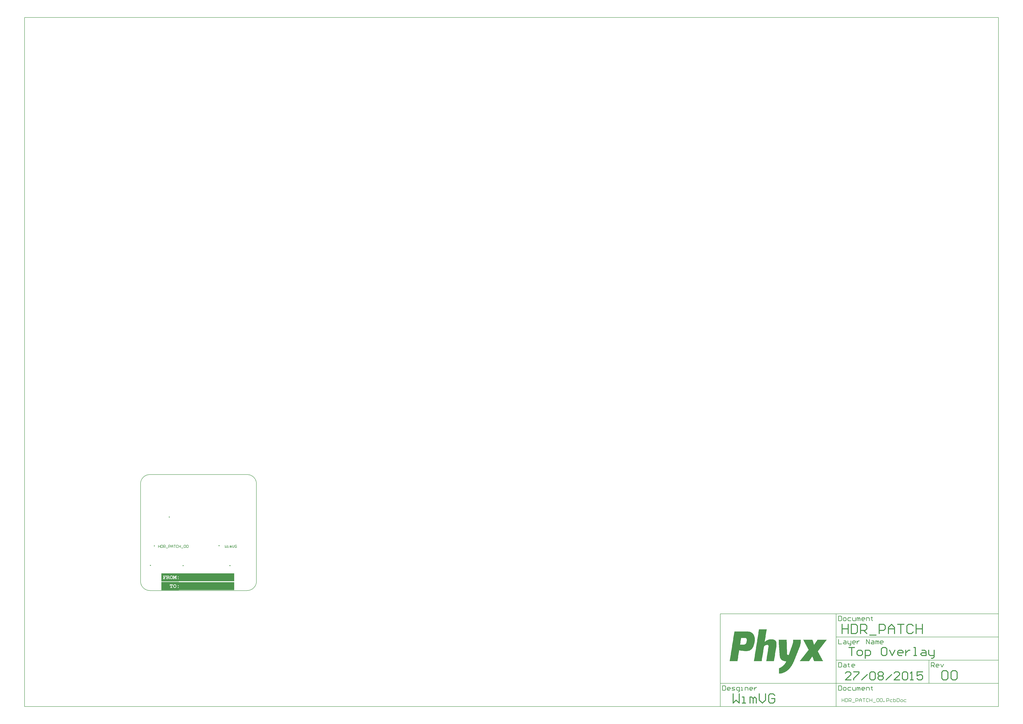
<source format=gto>
G04 Layer_Color=65535*
%FSLAX25Y25*%
%MOIN*%
G70*
G01*
G75*
%ADD13C,0.01575*%
%ADD15C,0.00787*%
%ADD16C,0.00984*%
%ADD25R,0.94488X0.13780*%
%ADD26R,0.94488X0.13780*%
G36*
X64961Y15551D02*
X35433D01*
Y29331D01*
X64961D01*
Y15551D01*
D02*
G37*
G36*
Y591D02*
X35433D01*
Y14370D01*
X64961D01*
Y591D01*
D02*
G37*
%LPC*%
G36*
X54856Y10372D02*
X49818D01*
Y8485D01*
X49828Y8363D01*
X49838Y8250D01*
X49858Y8159D01*
X49889Y8087D01*
X49909Y8036D01*
X49930Y7995D01*
X49940Y7975D01*
X49950Y7965D01*
X50001Y7914D01*
X50062Y7883D01*
X50175Y7842D01*
X50226Y7832D01*
X50266Y7822D01*
X50297D01*
X50379Y7832D01*
X50440Y7842D01*
X50552Y7893D01*
X50593Y7924D01*
X50623Y7944D01*
X50634Y7955D01*
X50644Y7965D01*
X50695Y8036D01*
X50725Y8108D01*
X50766Y8281D01*
X50776Y8363D01*
X50787Y8424D01*
Y8465D01*
Y8485D01*
Y9403D01*
X51847D01*
Y5588D01*
X51195D01*
X51072Y5578D01*
X50960Y5568D01*
X50868Y5547D01*
X50797Y5517D01*
X50746Y5486D01*
X50705Y5466D01*
X50685Y5456D01*
X50674Y5445D01*
X50623Y5394D01*
X50593Y5333D01*
X50552Y5221D01*
X50542Y5170D01*
X50532Y5139D01*
Y5109D01*
Y5099D01*
X50542Y5027D01*
X50552Y4956D01*
X50603Y4844D01*
X50634Y4803D01*
X50654Y4772D01*
X50664Y4762D01*
X50674Y4752D01*
X50746Y4711D01*
X50817Y4680D01*
X50991Y4640D01*
X51072Y4629D01*
X51133Y4619D01*
X53469D01*
X53592Y4629D01*
X53704Y4640D01*
X53785Y4660D01*
X53857Y4691D01*
X53908Y4711D01*
X53949Y4731D01*
X53969Y4742D01*
X53979Y4752D01*
X54030Y4803D01*
X54071Y4864D01*
X54091Y4925D01*
X54112Y4976D01*
X54122Y5027D01*
X54132Y5068D01*
Y5088D01*
Y5099D01*
X54122Y5180D01*
X54112Y5241D01*
X54061Y5354D01*
X54030Y5394D01*
X54000Y5425D01*
X53989Y5435D01*
X53979Y5445D01*
X53918Y5496D01*
X53836Y5527D01*
X53663Y5568D01*
X53592Y5578D01*
X53530Y5588D01*
X52816D01*
Y9403D01*
X53887D01*
Y8485D01*
X53898Y8363D01*
X53908Y8250D01*
X53928Y8159D01*
X53959Y8087D01*
X53979Y8036D01*
X54000Y7995D01*
X54010Y7975D01*
X54020Y7965D01*
X54071Y7914D01*
X54132Y7883D01*
X54244Y7842D01*
X54295Y7832D01*
X54336Y7822D01*
X54367D01*
X54448Y7832D01*
X54510Y7842D01*
X54622Y7893D01*
X54663Y7924D01*
X54693Y7944D01*
X54703Y7955D01*
X54714Y7965D01*
X54765Y8036D01*
X54795Y8108D01*
X54836Y8281D01*
X54846Y8363D01*
X54856Y8424D01*
Y8465D01*
Y8485D01*
Y10372D01*
D02*
G37*
G36*
X64077Y20702D02*
X64026D01*
X63904Y20692D01*
X63802Y20671D01*
X63710Y20641D01*
X63639Y20610D01*
X63577Y20569D01*
X63537Y20539D01*
X63506Y20518D01*
X63496Y20508D01*
X63435Y20437D01*
X63384Y20355D01*
X63353Y20284D01*
X63322Y20212D01*
X63312Y20151D01*
X63302Y20100D01*
Y20059D01*
Y20049D01*
X63312Y19947D01*
X63333Y19865D01*
X63363Y19784D01*
X63404Y19712D01*
X63435Y19661D01*
X63465Y19621D01*
X63486Y19600D01*
X63496Y19590D01*
X63577Y19529D01*
X63659Y19488D01*
X63751Y19447D01*
X63832Y19427D01*
X63914Y19417D01*
X63975Y19406D01*
X64026D01*
X64149Y19417D01*
X64251Y19437D01*
X64342Y19468D01*
X64414Y19498D01*
X64475Y19529D01*
X64526Y19559D01*
X64546Y19580D01*
X64557Y19590D01*
X64628Y19661D01*
X64679Y19743D01*
X64710Y19814D01*
X64740Y19886D01*
X64750Y19957D01*
X64761Y20008D01*
Y20039D01*
Y20049D01*
X64750Y20151D01*
X64730Y20233D01*
X64699Y20314D01*
X64659Y20386D01*
X64618Y20437D01*
X64587Y20477D01*
X64567Y20498D01*
X64557Y20508D01*
X64475Y20569D01*
X64393Y20620D01*
X64302Y20651D01*
X64220Y20681D01*
X64138Y20692D01*
X64077Y20702D01*
D02*
G37*
G36*
Y5741D02*
X64026D01*
X63904Y5731D01*
X63802Y5711D01*
X63710Y5680D01*
X63639Y5649D01*
X63577Y5609D01*
X63537Y5578D01*
X63506Y5558D01*
X63496Y5547D01*
X63435Y5476D01*
X63384Y5394D01*
X63353Y5323D01*
X63322Y5252D01*
X63312Y5190D01*
X63302Y5139D01*
Y5099D01*
Y5088D01*
X63312Y4986D01*
X63333Y4905D01*
X63363Y4823D01*
X63404Y4752D01*
X63435Y4701D01*
X63465Y4660D01*
X63486Y4640D01*
X63496Y4629D01*
X63577Y4568D01*
X63659Y4527D01*
X63751Y4487D01*
X63832Y4466D01*
X63914Y4456D01*
X63975Y4446D01*
X64026D01*
X64149Y4456D01*
X64251Y4476D01*
X64342Y4507D01*
X64414Y4538D01*
X64475Y4568D01*
X64526Y4599D01*
X64546Y4619D01*
X64557Y4629D01*
X64628Y4701D01*
X64679Y4782D01*
X64710Y4854D01*
X64740Y4925D01*
X64750Y4997D01*
X64761Y5048D01*
Y5078D01*
Y5088D01*
X64750Y5190D01*
X64730Y5272D01*
X64699Y5354D01*
X64659Y5425D01*
X64618Y5476D01*
X64587Y5517D01*
X64567Y5537D01*
X64557Y5547D01*
X64475Y5609D01*
X64393Y5660D01*
X64302Y5690D01*
X64220Y5721D01*
X64138Y5731D01*
X64077Y5741D01*
D02*
G37*
G36*
X58222Y10515D02*
X58171D01*
X57988Y10505D01*
X57814Y10484D01*
X57651Y10443D01*
X57488Y10403D01*
X57192Y10290D01*
X57060Y10219D01*
X56927Y10158D01*
X56815Y10086D01*
X56713Y10015D01*
X56631Y9954D01*
X56560Y9903D01*
X56499Y9862D01*
X56458Y9821D01*
X56427Y9801D01*
X56417Y9791D01*
X56244Y9617D01*
X56101Y9434D01*
X55968Y9250D01*
X55866Y9056D01*
X55774Y8862D01*
X55693Y8669D01*
X55632Y8485D01*
X55581Y8301D01*
X55540Y8138D01*
X55509Y7985D01*
X55489Y7842D01*
X55479Y7720D01*
X55468Y7618D01*
X55458Y7547D01*
Y7506D01*
Y7485D01*
X55468Y7230D01*
X55499Y6975D01*
X55550Y6751D01*
X55611Y6527D01*
X55683Y6323D01*
X55764Y6129D01*
X55846Y5955D01*
X55938Y5802D01*
X56029Y5660D01*
X56111Y5537D01*
X56193Y5425D01*
X56264Y5343D01*
X56325Y5272D01*
X56376Y5221D01*
X56407Y5190D01*
X56417Y5180D01*
X56570Y5058D01*
X56723Y4946D01*
X56866Y4854D01*
X57019Y4772D01*
X57172Y4701D01*
X57315Y4640D01*
X57457Y4589D01*
X57590Y4558D01*
X57712Y4527D01*
X57825Y4507D01*
X57927Y4487D01*
X58008Y4476D01*
X58080Y4466D01*
X58171D01*
X58375Y4476D01*
X58569Y4507D01*
X58753Y4548D01*
X58926Y4599D01*
X59089Y4670D01*
X59253Y4742D01*
X59395Y4813D01*
X59528Y4895D01*
X59650Y4976D01*
X59763Y5048D01*
X59854Y5129D01*
X59936Y5190D01*
X59997Y5241D01*
X60038Y5282D01*
X60069Y5313D01*
X60079Y5323D01*
X60222Y5486D01*
X60354Y5670D01*
X60466Y5843D01*
X60558Y6027D01*
X60640Y6210D01*
X60701Y6384D01*
X60762Y6567D01*
X60803Y6731D01*
X60834Y6884D01*
X60864Y7026D01*
X60885Y7159D01*
X60895Y7271D01*
Y7363D01*
X60905Y7424D01*
Y7475D01*
Y7485D01*
X60895Y7720D01*
X60874Y7955D01*
X60834Y8169D01*
X60772Y8373D01*
X60711Y8556D01*
X60640Y8740D01*
X60568Y8903D01*
X60497Y9056D01*
X60415Y9189D01*
X60344Y9301D01*
X60273Y9403D01*
X60211Y9495D01*
X60160Y9556D01*
X60120Y9607D01*
X60089Y9638D01*
X60079Y9648D01*
X59926Y9801D01*
X59763Y9933D01*
X59599Y10046D01*
X59436Y10148D01*
X59273Y10229D01*
X59110Y10301D01*
X58957Y10362D01*
X58814Y10403D01*
X58681Y10443D01*
X58559Y10474D01*
X58447Y10484D01*
X58355Y10505D01*
X58273D01*
X58222Y10515D01*
D02*
G37*
G36*
X64067Y8924D02*
X64016D01*
X63894Y8913D01*
X63792Y8893D01*
X63700Y8862D01*
X63628Y8832D01*
X63567Y8791D01*
X63526Y8760D01*
X63496Y8740D01*
X63486Y8730D01*
X63424Y8658D01*
X63373Y8577D01*
X63343Y8505D01*
X63312Y8434D01*
X63302Y8373D01*
X63292Y8322D01*
Y8281D01*
Y8271D01*
X63302Y8169D01*
X63322Y8087D01*
X63353Y8006D01*
X63394Y7934D01*
X63424Y7883D01*
X63455Y7842D01*
X63475Y7822D01*
X63486Y7812D01*
X63567Y7751D01*
X63649Y7710D01*
X63741Y7669D01*
X63822Y7649D01*
X63904Y7638D01*
X63965Y7628D01*
X64016D01*
X64138Y7638D01*
X64240Y7659D01*
X64332Y7689D01*
X64404Y7720D01*
X64465Y7751D01*
X64516Y7781D01*
X64536Y7802D01*
X64546Y7812D01*
X64618Y7883D01*
X64669Y7965D01*
X64699Y8036D01*
X64730Y8108D01*
X64740Y8179D01*
X64750Y8230D01*
Y8261D01*
Y8271D01*
X64740Y8373D01*
X64720Y8454D01*
X64689Y8536D01*
X64648Y8607D01*
X64608Y8658D01*
X64577Y8699D01*
X64557Y8720D01*
X64546Y8730D01*
X64465Y8791D01*
X64383Y8842D01*
X64291Y8873D01*
X64210Y8903D01*
X64128Y8913D01*
X64067Y8924D01*
D02*
G37*
G36*
X60793Y25333D02*
X59528D01*
X58212Y22405D01*
X56876Y25333D01*
X55683D01*
X55560Y25322D01*
X55448Y25312D01*
X55356Y25292D01*
X55295Y25261D01*
X55234Y25231D01*
X55203Y25210D01*
X55183Y25200D01*
X55173Y25190D01*
X55122Y25139D01*
X55081Y25078D01*
X55060Y25027D01*
X55040Y24965D01*
X55030Y24914D01*
X55020Y24884D01*
Y24853D01*
Y24843D01*
X55030Y24772D01*
X55040Y24700D01*
X55101Y24588D01*
X55122Y24547D01*
X55152Y24517D01*
X55162Y24506D01*
X55173Y24496D01*
X55234Y24455D01*
X55315Y24425D01*
X55479Y24384D01*
X55560Y24374D01*
X55621Y24364D01*
X55683D01*
Y20549D01*
X55560Y20539D01*
X55448Y20528D01*
X55356Y20508D01*
X55295Y20477D01*
X55234Y20447D01*
X55203Y20426D01*
X55183Y20416D01*
X55173Y20406D01*
X55122Y20355D01*
X55081Y20294D01*
X55060Y20243D01*
X55040Y20182D01*
X55030Y20131D01*
X55020Y20100D01*
Y20069D01*
Y20059D01*
X55030Y19988D01*
X55040Y19916D01*
X55101Y19804D01*
X55122Y19763D01*
X55152Y19733D01*
X55162Y19723D01*
X55173Y19712D01*
X55234Y19672D01*
X55315Y19641D01*
X55479Y19600D01*
X55560Y19590D01*
X55621Y19580D01*
X56998D01*
X57121Y19590D01*
X57233Y19600D01*
X57315Y19621D01*
X57386Y19651D01*
X57437Y19672D01*
X57478Y19692D01*
X57498Y19702D01*
X57508Y19712D01*
X57559Y19763D01*
X57600Y19825D01*
X57621Y19886D01*
X57641Y19937D01*
X57651Y19988D01*
X57661Y20029D01*
Y20049D01*
Y20059D01*
X57651Y20141D01*
X57641Y20202D01*
X57590Y20314D01*
X57559Y20355D01*
X57529Y20386D01*
X57519Y20396D01*
X57508Y20406D01*
X57447Y20457D01*
X57366Y20488D01*
X57192Y20528D01*
X57121Y20539D01*
X57060Y20549D01*
X56652D01*
Y23446D01*
X57794Y20947D01*
X58630D01*
X59763Y23446D01*
Y20549D01*
X59406D01*
X59283Y20539D01*
X59171Y20528D01*
X59079Y20508D01*
X59008Y20477D01*
X58957Y20447D01*
X58916Y20426D01*
X58896Y20416D01*
X58885Y20406D01*
X58834Y20355D01*
X58804Y20294D01*
X58763Y20182D01*
X58753Y20131D01*
X58743Y20100D01*
Y20069D01*
Y20059D01*
X58753Y19988D01*
X58763Y19916D01*
X58814Y19804D01*
X58845Y19763D01*
X58865Y19733D01*
X58875Y19723D01*
X58885Y19712D01*
X58957Y19672D01*
X59028Y19641D01*
X59202Y19600D01*
X59283Y19590D01*
X59344Y19580D01*
X60732D01*
X60854Y19590D01*
X60966Y19600D01*
X61048Y19621D01*
X61119Y19651D01*
X61170Y19672D01*
X61211Y19692D01*
X61231Y19702D01*
X61242Y19712D01*
X61293Y19763D01*
X61333Y19825D01*
X61354Y19886D01*
X61374Y19937D01*
X61384Y19988D01*
X61395Y20029D01*
Y20049D01*
Y20059D01*
X61384Y20141D01*
X61374Y20202D01*
X61323Y20314D01*
X61293Y20355D01*
X61262Y20386D01*
X61252Y20396D01*
X61242Y20406D01*
X61180Y20457D01*
X61099Y20488D01*
X60925Y20528D01*
X60854Y20539D01*
X60793Y20549D01*
X60732D01*
Y24364D01*
X60854Y24374D01*
X60966Y24384D01*
X61048Y24404D01*
X61119Y24435D01*
X61170Y24455D01*
X61211Y24476D01*
X61231Y24486D01*
X61242Y24496D01*
X61293Y24547D01*
X61333Y24608D01*
X61354Y24670D01*
X61374Y24721D01*
X61384Y24772D01*
X61395Y24812D01*
Y24833D01*
Y24843D01*
X61384Y24925D01*
X61374Y24986D01*
X61323Y25098D01*
X61293Y25139D01*
X61262Y25169D01*
X61252Y25180D01*
X61242Y25190D01*
X61180Y25241D01*
X61099Y25271D01*
X60925Y25312D01*
X60854Y25322D01*
X60793Y25333D01*
D02*
G37*
G36*
X64067Y23884D02*
X64016D01*
X63894Y23874D01*
X63792Y23854D01*
X63700Y23823D01*
X63628Y23792D01*
X63567Y23752D01*
X63526Y23721D01*
X63496Y23701D01*
X63486Y23690D01*
X63424Y23619D01*
X63373Y23537D01*
X63343Y23466D01*
X63312Y23395D01*
X63302Y23333D01*
X63292Y23282D01*
Y23242D01*
Y23231D01*
X63302Y23129D01*
X63322Y23048D01*
X63353Y22966D01*
X63394Y22895D01*
X63424Y22844D01*
X63455Y22803D01*
X63475Y22783D01*
X63486Y22772D01*
X63567Y22711D01*
X63649Y22670D01*
X63741Y22630D01*
X63822Y22609D01*
X63904Y22599D01*
X63965Y22589D01*
X64016D01*
X64138Y22599D01*
X64240Y22619D01*
X64332Y22650D01*
X64404Y22681D01*
X64465Y22711D01*
X64516Y22742D01*
X64536Y22762D01*
X64546Y22772D01*
X64618Y22844D01*
X64669Y22925D01*
X64699Y22997D01*
X64730Y23068D01*
X64740Y23140D01*
X64750Y23191D01*
Y23221D01*
Y23231D01*
X64740Y23333D01*
X64720Y23415D01*
X64689Y23497D01*
X64648Y23568D01*
X64608Y23619D01*
X64577Y23660D01*
X64557Y23680D01*
X64546Y23690D01*
X64465Y23752D01*
X64383Y23803D01*
X64291Y23833D01*
X64210Y23864D01*
X64128Y23874D01*
X64067Y23884D01*
D02*
G37*
G36*
X38883Y25333D02*
X38761Y25322D01*
X38649Y25312D01*
X38557Y25292D01*
X38485Y25261D01*
X38434Y25231D01*
X38394Y25210D01*
X38373Y25200D01*
X38363Y25190D01*
X38312Y25139D01*
X38281Y25078D01*
X38241Y24965D01*
X38230Y24914D01*
X38220Y24884D01*
Y24853D01*
Y24843D01*
X38230Y24772D01*
X38241Y24700D01*
X38292Y24588D01*
X38322Y24547D01*
X38343Y24517D01*
X38353Y24506D01*
X38363Y24496D01*
X38434Y24455D01*
X38506Y24425D01*
X38679Y24384D01*
X38761Y24374D01*
X38822Y24364D01*
X39036D01*
Y20549D01*
X38883D01*
X38761Y20539D01*
X38649Y20528D01*
X38557Y20508D01*
X38485Y20477D01*
X38434Y20447D01*
X38394Y20426D01*
X38373Y20416D01*
X38363Y20406D01*
X38312Y20355D01*
X38281Y20294D01*
X38241Y20182D01*
X38230Y20131D01*
X38220Y20100D01*
Y20069D01*
Y20059D01*
X38230Y19988D01*
X38241Y19916D01*
X38292Y19804D01*
X38322Y19763D01*
X38343Y19733D01*
X38353Y19723D01*
X38363Y19712D01*
X38434Y19672D01*
X38506Y19641D01*
X38679Y19600D01*
X38761Y19590D01*
X38822Y19580D01*
X41005D01*
X41127Y19590D01*
X41239Y19600D01*
X41321Y19621D01*
X41392Y19651D01*
X41443Y19672D01*
X41484Y19692D01*
X41505Y19702D01*
X41515Y19712D01*
X41566Y19763D01*
X41607Y19825D01*
X41627Y19886D01*
X41647Y19937D01*
X41658Y19988D01*
X41668Y20029D01*
Y20049D01*
Y20059D01*
X41658Y20141D01*
X41647Y20202D01*
X41596Y20314D01*
X41566Y20355D01*
X41535Y20386D01*
X41525Y20396D01*
X41515Y20406D01*
X41454Y20457D01*
X41372Y20488D01*
X41199Y20528D01*
X41127Y20539D01*
X41066Y20549D01*
X40005D01*
Y21977D01*
X40862D01*
Y21854D01*
X40872Y21752D01*
X40893Y21671D01*
X40903Y21610D01*
X40923Y21559D01*
X40933Y21528D01*
X40944Y21518D01*
Y21508D01*
X41015Y21446D01*
X41086Y21395D01*
X41148Y21365D01*
X41209Y21334D01*
X41260Y21324D01*
X41301Y21314D01*
X41341D01*
X41423Y21324D01*
X41484Y21334D01*
X41596Y21385D01*
X41637Y21416D01*
X41668Y21436D01*
X41678Y21446D01*
X41688Y21457D01*
X41739Y21528D01*
X41770Y21599D01*
X41811Y21773D01*
X41821Y21854D01*
X41831Y21916D01*
Y21956D01*
Y21977D01*
Y22946D01*
X41821Y23068D01*
X41811Y23180D01*
X41790Y23262D01*
X41760Y23333D01*
X41729Y23384D01*
X41709Y23425D01*
X41698Y23446D01*
X41688Y23456D01*
X41637Y23507D01*
X41576Y23548D01*
X41525Y23568D01*
X41464Y23588D01*
X41413Y23599D01*
X41382Y23609D01*
X41341D01*
X41260Y23599D01*
X41188Y23578D01*
X41066Y23507D01*
X41015Y23466D01*
X40974Y23435D01*
X40954Y23415D01*
X40944Y23405D01*
X40913Y23354D01*
X40893Y23293D01*
X40872Y23140D01*
X40862Y23068D01*
Y23007D01*
Y22966D01*
Y22946D01*
X40005D01*
Y24364D01*
X42494D01*
Y23854D01*
X42504Y23731D01*
X42514Y23619D01*
X42535Y23527D01*
X42565Y23456D01*
X42586Y23405D01*
X42606Y23364D01*
X42616Y23344D01*
X42627Y23333D01*
X42678Y23282D01*
X42739Y23252D01*
X42851Y23211D01*
X42902Y23201D01*
X42943Y23191D01*
X42973D01*
X43055Y23201D01*
X43116Y23211D01*
X43228Y23262D01*
X43269Y23293D01*
X43300Y23313D01*
X43310Y23323D01*
X43320Y23333D01*
X43371Y23405D01*
X43402Y23476D01*
X43443Y23650D01*
X43453Y23731D01*
X43463Y23792D01*
Y23833D01*
Y23854D01*
Y25322D01*
X38883Y25333D01*
D02*
G37*
G36*
X46676D02*
X44381D01*
X44259Y25322D01*
X44146Y25312D01*
X44055Y25292D01*
X43983Y25261D01*
X43932Y25231D01*
X43891Y25210D01*
X43871Y25200D01*
X43861Y25190D01*
X43810Y25139D01*
X43779Y25078D01*
X43738Y24965D01*
X43728Y24914D01*
X43718Y24884D01*
Y24853D01*
Y24843D01*
X43728Y24772D01*
X43738Y24700D01*
X43789Y24588D01*
X43820Y24547D01*
X43840Y24517D01*
X43851Y24506D01*
X43861Y24496D01*
X43932Y24455D01*
X44004Y24425D01*
X44177Y24384D01*
X44259Y24374D01*
X44320Y24364D01*
X44534D01*
Y20549D01*
X44381D01*
X44259Y20539D01*
X44146Y20528D01*
X44055Y20508D01*
X43983Y20477D01*
X43932Y20447D01*
X43891Y20426D01*
X43871Y20416D01*
X43861Y20406D01*
X43810Y20355D01*
X43779Y20294D01*
X43738Y20182D01*
X43728Y20131D01*
X43718Y20100D01*
Y20069D01*
Y20059D01*
X43728Y19988D01*
X43738Y19916D01*
X43789Y19804D01*
X43820Y19763D01*
X43840Y19733D01*
X43851Y19723D01*
X43861Y19712D01*
X43932Y19672D01*
X44004Y19641D01*
X44177Y19600D01*
X44259Y19590D01*
X44320Y19580D01*
X45850D01*
X45972Y19590D01*
X46084Y19600D01*
X46166Y19621D01*
X46237Y19651D01*
X46288Y19672D01*
X46329Y19692D01*
X46350Y19702D01*
X46360Y19712D01*
X46411Y19763D01*
X46452Y19825D01*
X46472Y19886D01*
X46492Y19937D01*
X46503Y19988D01*
X46513Y20029D01*
Y20049D01*
Y20059D01*
X46503Y20141D01*
X46492Y20202D01*
X46441Y20314D01*
X46411Y20355D01*
X46380Y20386D01*
X46370Y20396D01*
X46360Y20406D01*
X46299Y20457D01*
X46217Y20488D01*
X46044Y20528D01*
X45972Y20539D01*
X45911Y20549D01*
X45503D01*
Y21783D01*
X46462D01*
X46615Y21701D01*
X46768Y21579D01*
X46931Y21436D01*
X47094Y21283D01*
X47257Y21110D01*
X47421Y20916D01*
X47737Y20539D01*
X47869Y20355D01*
X48002Y20182D01*
X48124Y20018D01*
X48226Y19876D01*
X48308Y19753D01*
X48369Y19661D01*
X48410Y19600D01*
X48420Y19590D01*
Y19580D01*
X48920D01*
X49042Y19590D01*
X49155Y19600D01*
X49236Y19621D01*
X49308Y19651D01*
X49359Y19672D01*
X49399Y19692D01*
X49420Y19702D01*
X49430Y19712D01*
X49481Y19763D01*
X49522Y19825D01*
X49542Y19886D01*
X49563Y19937D01*
X49573Y19988D01*
X49583Y20029D01*
Y20049D01*
Y20059D01*
X49573Y20141D01*
X49552Y20212D01*
X49491Y20335D01*
X49450Y20386D01*
X49420Y20426D01*
X49399Y20447D01*
X49389Y20457D01*
X49338Y20488D01*
X49267Y20508D01*
X49114Y20539D01*
X49042Y20549D01*
X48920D01*
X48787Y20753D01*
X48665Y20926D01*
X48563Y21069D01*
X48481Y21191D01*
X48420Y21283D01*
X48369Y21344D01*
X48339Y21385D01*
X48328Y21395D01*
X48196Y21548D01*
X48073Y21681D01*
X47961Y21803D01*
X47859Y21895D01*
X47778Y21977D01*
X47716Y22038D01*
X47676Y22079D01*
X47665Y22089D01*
X47859Y22201D01*
X48022Y22313D01*
X48155Y22426D01*
X48267Y22528D01*
X48359Y22609D01*
X48420Y22681D01*
X48461Y22721D01*
X48471Y22742D01*
X48563Y22885D01*
X48634Y23027D01*
X48675Y23170D01*
X48716Y23303D01*
X48736Y23415D01*
X48747Y23497D01*
Y23558D01*
Y23578D01*
X48736Y23711D01*
X48726Y23843D01*
X48655Y24078D01*
X48563Y24292D01*
X48461Y24476D01*
X48359Y24619D01*
X48308Y24680D01*
X48267Y24731D01*
X48226Y24772D01*
X48196Y24802D01*
X48186Y24812D01*
X48175Y24823D01*
X48063Y24914D01*
X47941Y24996D01*
X47818Y25057D01*
X47686Y25118D01*
X47421Y25210D01*
X47166Y25271D01*
X47043Y25292D01*
X46931Y25302D01*
X46829Y25322D01*
X46747D01*
X46676Y25333D01*
D02*
G37*
G36*
X52388Y25475D02*
X52337D01*
X52153Y25465D01*
X51980Y25445D01*
X51817Y25404D01*
X51654Y25363D01*
X51358Y25251D01*
X51225Y25180D01*
X51093Y25118D01*
X50980Y25047D01*
X50878Y24976D01*
X50797Y24914D01*
X50725Y24863D01*
X50664Y24823D01*
X50623Y24782D01*
X50593Y24761D01*
X50583Y24751D01*
X50409Y24578D01*
X50266Y24394D01*
X50134Y24211D01*
X50032Y24017D01*
X49940Y23823D01*
X49858Y23629D01*
X49797Y23446D01*
X49746Y23262D01*
X49705Y23099D01*
X49675Y22946D01*
X49654Y22803D01*
X49644Y22681D01*
X49634Y22579D01*
X49624Y22507D01*
Y22466D01*
Y22446D01*
X49634Y22191D01*
X49665Y21936D01*
X49716Y21712D01*
X49777Y21487D01*
X49848Y21283D01*
X49930Y21089D01*
X50011Y20916D01*
X50103Y20763D01*
X50195Y20620D01*
X50277Y20498D01*
X50358Y20386D01*
X50430Y20304D01*
X50491Y20233D01*
X50542Y20182D01*
X50572Y20151D01*
X50583Y20141D01*
X50736Y20018D01*
X50889Y19906D01*
X51031Y19814D01*
X51184Y19733D01*
X51337Y19661D01*
X51480Y19600D01*
X51623Y19549D01*
X51756Y19519D01*
X51878Y19488D01*
X51990Y19468D01*
X52092Y19447D01*
X52174Y19437D01*
X52245Y19427D01*
X52337D01*
X52541Y19437D01*
X52735Y19468D01*
X52918Y19508D01*
X53092Y19559D01*
X53255Y19631D01*
X53418Y19702D01*
X53561Y19774D01*
X53694Y19855D01*
X53816Y19937D01*
X53928Y20008D01*
X54020Y20090D01*
X54102Y20151D01*
X54163Y20202D01*
X54204Y20243D01*
X54234Y20273D01*
X54244Y20284D01*
X54387Y20447D01*
X54520Y20630D01*
X54632Y20804D01*
X54724Y20987D01*
X54805Y21171D01*
X54867Y21344D01*
X54928Y21528D01*
X54969Y21691D01*
X54999Y21844D01*
X55030Y21987D01*
X55050Y22120D01*
X55060Y22232D01*
Y22324D01*
X55071Y22385D01*
Y22436D01*
Y22446D01*
X55060Y22681D01*
X55040Y22915D01*
X54999Y23129D01*
X54938Y23333D01*
X54877Y23517D01*
X54805Y23701D01*
X54734Y23864D01*
X54663Y24017D01*
X54581Y24149D01*
X54510Y24262D01*
X54438Y24364D01*
X54377Y24455D01*
X54326Y24517D01*
X54285Y24568D01*
X54255Y24598D01*
X54244Y24608D01*
X54091Y24761D01*
X53928Y24894D01*
X53765Y25006D01*
X53602Y25108D01*
X53439Y25190D01*
X53275Y25261D01*
X53122Y25322D01*
X52980Y25363D01*
X52847Y25404D01*
X52725Y25435D01*
X52612Y25445D01*
X52521Y25465D01*
X52439D01*
X52388Y25475D01*
D02*
G37*
%LPD*%
G36*
X52459Y24496D02*
X52582Y24486D01*
X52704Y24455D01*
X52816Y24415D01*
X53020Y24323D01*
X53204Y24211D01*
X53357Y24098D01*
X53418Y24047D01*
X53469Y24007D01*
X53510Y23966D01*
X53541Y23945D01*
X53551Y23925D01*
X53561Y23915D01*
X53653Y23803D01*
X53745Y23680D01*
X53816Y23568D01*
X53877Y23435D01*
X53969Y23191D01*
X54030Y22966D01*
X54061Y22854D01*
X54071Y22762D01*
X54081Y22670D01*
X54091Y22599D01*
X54102Y22528D01*
Y22487D01*
Y22456D01*
Y22446D01*
X54091Y22283D01*
X54081Y22130D01*
X54020Y21834D01*
X53928Y21579D01*
X53877Y21477D01*
X53836Y21375D01*
X53785Y21283D01*
X53734Y21202D01*
X53683Y21130D01*
X53643Y21069D01*
X53612Y21028D01*
X53581Y20998D01*
X53571Y20977D01*
X53561Y20967D01*
X53459Y20865D01*
X53357Y20783D01*
X53245Y20702D01*
X53143Y20641D01*
X52939Y20539D01*
X52745Y20467D01*
X52582Y20426D01*
X52510Y20416D01*
X52449Y20406D01*
X52408Y20396D01*
X52337D01*
X52215Y20406D01*
X52092Y20416D01*
X51980Y20447D01*
X51868Y20488D01*
X51654Y20579D01*
X51480Y20692D01*
X51327Y20794D01*
X51266Y20845D01*
X51215Y20885D01*
X51174Y20926D01*
X51144Y20957D01*
X51133Y20967D01*
X51123Y20977D01*
X51031Y21089D01*
X50950Y21212D01*
X50878Y21324D01*
X50817Y21457D01*
X50725Y21701D01*
X50664Y21926D01*
X50634Y22038D01*
X50623Y22130D01*
X50613Y22222D01*
X50603Y22303D01*
X50593Y22364D01*
Y22405D01*
Y22436D01*
Y22446D01*
X50603Y22609D01*
X50613Y22762D01*
X50674Y23048D01*
X50756Y23303D01*
X50807Y23415D01*
X50858Y23517D01*
X50909Y23609D01*
X50960Y23680D01*
X51001Y23752D01*
X51042Y23813D01*
X51072Y23854D01*
X51103Y23884D01*
X51113Y23905D01*
X51123Y23915D01*
X51225Y24017D01*
X51327Y24109D01*
X51439Y24190D01*
X51541Y24262D01*
X51643Y24313D01*
X51745Y24364D01*
X51929Y24435D01*
X52092Y24476D01*
X52164Y24486D01*
X52225Y24496D01*
X52276Y24506D01*
X52337D01*
X52459Y24496D01*
D02*
G37*
G36*
X46819Y24353D02*
X46992Y24323D01*
X47145Y24282D01*
X47268Y24241D01*
X47359Y24200D01*
X47431Y24160D01*
X47472Y24129D01*
X47482Y24119D01*
X47584Y24027D01*
X47655Y23945D01*
X47706Y23854D01*
X47737Y23772D01*
X47767Y23711D01*
X47778Y23660D01*
Y23619D01*
Y23609D01*
X47767Y23537D01*
X47757Y23476D01*
X47696Y23354D01*
X47665Y23303D01*
X47645Y23262D01*
X47625Y23242D01*
X47614Y23231D01*
X47543Y23160D01*
X47451Y23099D01*
X47359Y23038D01*
X47257Y22987D01*
X47166Y22936D01*
X47084Y22905D01*
X47033Y22885D01*
X47023Y22874D01*
X47013D01*
X46890Y22834D01*
X46758Y22803D01*
X46635Y22783D01*
X46513Y22772D01*
X46411Y22762D01*
X46329Y22752D01*
X45503D01*
Y24364D01*
X46615D01*
X46819Y24353D01*
D02*
G37*
G36*
X58294Y9536D02*
X58416Y9525D01*
X58539Y9495D01*
X58651Y9454D01*
X58855Y9362D01*
X59038Y9250D01*
X59191Y9138D01*
X59253Y9087D01*
X59304Y9046D01*
X59344Y9005D01*
X59375Y8985D01*
X59385Y8964D01*
X59395Y8954D01*
X59487Y8842D01*
X59579Y8720D01*
X59650Y8607D01*
X59712Y8475D01*
X59803Y8230D01*
X59865Y8006D01*
X59895Y7893D01*
X59905Y7802D01*
X59916Y7710D01*
X59926Y7638D01*
X59936Y7567D01*
Y7526D01*
Y7496D01*
Y7485D01*
X59926Y7322D01*
X59916Y7169D01*
X59854Y6873D01*
X59763Y6618D01*
X59712Y6516D01*
X59671Y6414D01*
X59620Y6323D01*
X59569Y6241D01*
X59518Y6170D01*
X59477Y6108D01*
X59446Y6068D01*
X59416Y6037D01*
X59406Y6017D01*
X59395Y6006D01*
X59293Y5904D01*
X59191Y5823D01*
X59079Y5741D01*
X58977Y5680D01*
X58773Y5578D01*
X58579Y5507D01*
X58416Y5466D01*
X58345Y5456D01*
X58284Y5445D01*
X58243Y5435D01*
X58171D01*
X58049Y5445D01*
X57927Y5456D01*
X57814Y5486D01*
X57702Y5527D01*
X57488Y5619D01*
X57315Y5731D01*
X57162Y5833D01*
X57100Y5884D01*
X57049Y5925D01*
X57009Y5966D01*
X56978Y5996D01*
X56968Y6006D01*
X56958Y6017D01*
X56866Y6129D01*
X56784Y6251D01*
X56713Y6363D01*
X56652Y6496D01*
X56560Y6741D01*
X56499Y6965D01*
X56468Y7077D01*
X56458Y7169D01*
X56448Y7261D01*
X56437Y7343D01*
X56427Y7404D01*
Y7445D01*
Y7475D01*
Y7485D01*
X56437Y7649D01*
X56448Y7802D01*
X56509Y8087D01*
X56590Y8342D01*
X56641Y8454D01*
X56692Y8556D01*
X56743Y8648D01*
X56794Y8720D01*
X56835Y8791D01*
X56876Y8852D01*
X56907Y8893D01*
X56937Y8924D01*
X56947Y8944D01*
X56958Y8954D01*
X57060Y9056D01*
X57162Y9148D01*
X57274Y9230D01*
X57376Y9301D01*
X57478Y9352D01*
X57580Y9403D01*
X57763Y9474D01*
X57927Y9515D01*
X57998Y9525D01*
X58059Y9536D01*
X58110Y9546D01*
X58171D01*
X58294Y9536D01*
D02*
G37*
G36*
X1121080Y-83717D02*
Y-84003D01*
Y-84290D01*
Y-84576D01*
Y-84862D01*
Y-85149D01*
Y-85435D01*
Y-85721D01*
Y-86007D01*
Y-86294D01*
Y-86580D01*
Y-86866D01*
Y-87153D01*
Y-87439D01*
Y-87725D01*
Y-88012D01*
Y-88298D01*
Y-88584D01*
Y-88871D01*
Y-89157D01*
Y-89443D01*
X1120793D01*
Y-89730D01*
Y-90016D01*
Y-90302D01*
Y-90588D01*
Y-90875D01*
X1120507D01*
Y-91161D01*
Y-91448D01*
Y-91734D01*
Y-92020D01*
X1120221D01*
Y-92306D01*
Y-92593D01*
Y-92879D01*
Y-93165D01*
X1119934D01*
Y-93452D01*
Y-93738D01*
Y-94024D01*
X1119648D01*
Y-94311D01*
Y-94597D01*
Y-94883D01*
X1119362D01*
Y-95170D01*
Y-95456D01*
Y-95742D01*
X1119075D01*
Y-96029D01*
Y-96315D01*
Y-96601D01*
X1118789D01*
Y-96887D01*
Y-97174D01*
X1118503D01*
Y-97460D01*
Y-97746D01*
X1118217D01*
Y-98033D01*
Y-98319D01*
Y-98605D01*
X1117930D01*
Y-98892D01*
Y-99178D01*
X1117644D01*
Y-99464D01*
Y-99751D01*
Y-100037D01*
X1117358D01*
Y-100323D01*
Y-100610D01*
X1117071D01*
Y-100896D01*
Y-101182D01*
Y-101468D01*
X1116785D01*
Y-101755D01*
Y-102041D01*
X1116499D01*
Y-102327D01*
Y-102614D01*
Y-102900D01*
X1116212D01*
Y-103186D01*
Y-103473D01*
X1115926D01*
Y-103759D01*
Y-104045D01*
Y-104332D01*
X1115640D01*
Y-104618D01*
Y-104904D01*
X1115353D01*
Y-105191D01*
Y-105477D01*
Y-105763D01*
X1115067D01*
Y-106049D01*
Y-106336D01*
X1114781D01*
Y-106622D01*
Y-106908D01*
Y-107195D01*
X1114494D01*
Y-107481D01*
Y-107767D01*
X1114208D01*
Y-108054D01*
Y-108340D01*
Y-108626D01*
X1113922D01*
Y-108913D01*
Y-109199D01*
X1113636D01*
Y-109485D01*
Y-109772D01*
Y-110058D01*
X1113349D01*
Y-110344D01*
Y-110630D01*
X1113063D01*
Y-110917D01*
Y-111203D01*
Y-111489D01*
X1112776D01*
Y-111776D01*
Y-112062D01*
X1112490D01*
Y-112348D01*
Y-112635D01*
Y-112921D01*
X1112204D01*
Y-113207D01*
Y-113494D01*
X1111918D01*
Y-113780D01*
Y-114066D01*
Y-114353D01*
X1111631D01*
Y-114639D01*
Y-114925D01*
X1111345D01*
Y-115211D01*
Y-115498D01*
Y-115784D01*
X1111059D01*
Y-116070D01*
Y-116357D01*
X1110772D01*
Y-116643D01*
Y-116929D01*
Y-117216D01*
X1110486D01*
Y-117502D01*
Y-117788D01*
X1110200D01*
Y-118075D01*
Y-118361D01*
Y-118647D01*
X1109913D01*
Y-118933D01*
Y-119220D01*
X1109627D01*
Y-119506D01*
Y-119792D01*
Y-120079D01*
X1109341D01*
Y-120365D01*
Y-120651D01*
X1109054D01*
Y-120938D01*
Y-121224D01*
X1108768D01*
Y-121510D01*
Y-121797D01*
X1108482D01*
Y-122083D01*
Y-122369D01*
Y-122656D01*
X1108195D01*
Y-122942D01*
X1107909D01*
Y-123228D01*
Y-123514D01*
Y-123801D01*
X1107623D01*
Y-124087D01*
X1107337D01*
Y-124373D01*
Y-124660D01*
X1107050D01*
Y-124946D01*
Y-125232D01*
X1106764D01*
Y-125519D01*
Y-125805D01*
X1106478D01*
Y-126091D01*
Y-126378D01*
X1106191D01*
Y-126664D01*
X1105905D01*
Y-126950D01*
Y-127237D01*
X1105619D01*
Y-127523D01*
Y-127809D01*
X1105332D01*
Y-128095D01*
X1105046D01*
Y-128382D01*
X1104760D01*
Y-128668D01*
Y-128954D01*
X1104473D01*
Y-129241D01*
X1104187D01*
Y-129527D01*
Y-129813D01*
X1103901D01*
Y-130100D01*
X1103615D01*
Y-130386D01*
X1103328D01*
Y-130672D01*
Y-130959D01*
X1103042D01*
Y-131245D01*
X1102756D01*
Y-131531D01*
X1102469D01*
Y-131818D01*
X1102183D01*
Y-132104D01*
X1101897D01*
Y-132390D01*
Y-132676D01*
X1101610D01*
Y-132963D01*
X1101324D01*
Y-133249D01*
X1101038D01*
Y-133535D01*
X1100751D01*
Y-133822D01*
X1100465D01*
Y-134108D01*
X1100179D01*
Y-134394D01*
X1099892D01*
Y-134681D01*
X1099320D01*
Y-134967D01*
X1099034D01*
Y-135253D01*
X1098747D01*
Y-135540D01*
X1098461D01*
Y-135826D01*
X1098175D01*
Y-136112D01*
X1097602D01*
Y-136399D01*
X1097316D01*
Y-136685D01*
X1096743D01*
Y-136971D01*
X1096457D01*
Y-137258D01*
X1095884D01*
Y-137544D01*
X1095598D01*
Y-137830D01*
X1095025D01*
Y-138117D01*
X1094452D01*
Y-138403D01*
X1093880D01*
Y-138689D01*
X1093307D01*
Y-138975D01*
X1092735D01*
Y-139262D01*
X1091876D01*
Y-139548D01*
X1091303D01*
Y-139834D01*
X1090444D01*
Y-140121D01*
X1089299D01*
Y-140407D01*
X1088154D01*
Y-140693D01*
X1086436D01*
Y-140980D01*
X1084432D01*
Y-141266D01*
X1084145D01*
Y-140980D01*
Y-140693D01*
Y-140407D01*
Y-140121D01*
Y-139834D01*
Y-139548D01*
Y-139262D01*
Y-138975D01*
Y-138689D01*
Y-138403D01*
Y-138117D01*
Y-137830D01*
Y-137544D01*
Y-137258D01*
Y-136971D01*
Y-136685D01*
Y-136399D01*
Y-136112D01*
Y-135826D01*
Y-135540D01*
Y-135253D01*
Y-134967D01*
Y-134681D01*
Y-134394D01*
Y-134108D01*
Y-133822D01*
Y-133535D01*
Y-133249D01*
Y-132963D01*
Y-132676D01*
Y-132390D01*
Y-132104D01*
Y-131818D01*
X1084718D01*
Y-131531D01*
X1085291D01*
Y-131245D01*
X1085863D01*
Y-130959D01*
X1086436D01*
Y-130672D01*
X1087008D01*
Y-130386D01*
X1087581D01*
Y-130100D01*
X1087867D01*
Y-129813D01*
X1088440D01*
Y-129527D01*
X1088726D01*
Y-129241D01*
X1089299D01*
Y-128954D01*
X1089585D01*
Y-128668D01*
X1089872D01*
Y-128382D01*
X1090444D01*
Y-128095D01*
X1090730D01*
Y-127809D01*
X1091017D01*
Y-127523D01*
X1091303D01*
Y-127237D01*
X1091589D01*
Y-126950D01*
X1091876D01*
Y-126664D01*
X1092162D01*
Y-126378D01*
X1092448D01*
Y-126091D01*
X1092735D01*
Y-125805D01*
X1093021D01*
Y-125519D01*
X1093307D01*
Y-125232D01*
X1093594D01*
Y-124946D01*
Y-124660D01*
X1093880D01*
Y-124373D01*
X1094166D01*
Y-124087D01*
X1094452D01*
Y-123801D01*
Y-123514D01*
X1094739D01*
Y-123228D01*
X1095025D01*
Y-122942D01*
Y-122656D01*
X1095311D01*
Y-122369D01*
Y-122083D01*
X1095598D01*
Y-121797D01*
X1095884D01*
Y-121510D01*
Y-121224D01*
X1096170D01*
Y-120938D01*
Y-120651D01*
X1096457D01*
Y-120365D01*
Y-120079D01*
X1094739D01*
Y-119792D01*
X1092735D01*
Y-119506D01*
X1091589D01*
Y-119220D01*
X1091017D01*
Y-118933D01*
X1090158D01*
Y-118647D01*
X1089585D01*
Y-118361D01*
X1089299D01*
Y-118075D01*
X1088726D01*
Y-117788D01*
X1088440D01*
Y-117502D01*
X1088154D01*
Y-117216D01*
X1087867D01*
Y-116929D01*
X1087581D01*
Y-116643D01*
X1087295D01*
Y-116357D01*
Y-116070D01*
X1087008D01*
Y-115784D01*
X1086722D01*
Y-115498D01*
Y-115211D01*
X1086436D01*
Y-114925D01*
Y-114639D01*
X1086149D01*
Y-114353D01*
Y-114066D01*
X1085863D01*
Y-113780D01*
Y-113494D01*
Y-113207D01*
X1085577D01*
Y-112921D01*
Y-112635D01*
Y-112348D01*
Y-112062D01*
X1085291D01*
Y-111776D01*
Y-111489D01*
Y-111203D01*
Y-110917D01*
Y-110630D01*
Y-110344D01*
Y-110058D01*
X1085004D01*
Y-109772D01*
Y-109485D01*
Y-109199D01*
Y-108913D01*
Y-108626D01*
Y-108340D01*
Y-108054D01*
Y-107767D01*
Y-107481D01*
Y-107195D01*
Y-106908D01*
Y-106622D01*
Y-106336D01*
Y-106049D01*
Y-105763D01*
X1084718D01*
Y-105477D01*
Y-105191D01*
Y-104904D01*
Y-104618D01*
Y-104332D01*
Y-104045D01*
Y-103759D01*
Y-103473D01*
Y-103186D01*
Y-102900D01*
Y-102614D01*
Y-102327D01*
Y-102041D01*
Y-101755D01*
Y-101468D01*
X1084432D01*
Y-101182D01*
Y-100896D01*
Y-100610D01*
Y-100323D01*
Y-100037D01*
Y-99751D01*
Y-99464D01*
Y-99178D01*
Y-98892D01*
Y-98605D01*
Y-98319D01*
Y-98033D01*
Y-97746D01*
Y-97460D01*
Y-97174D01*
Y-96887D01*
X1084145D01*
Y-96601D01*
Y-96315D01*
Y-96029D01*
Y-95742D01*
Y-95456D01*
Y-95170D01*
Y-94883D01*
Y-94597D01*
Y-94311D01*
Y-94024D01*
Y-93738D01*
Y-93452D01*
Y-93165D01*
Y-92879D01*
Y-92593D01*
Y-92306D01*
X1083859D01*
Y-92020D01*
Y-91734D01*
Y-91448D01*
Y-91161D01*
Y-90875D01*
Y-90588D01*
Y-90302D01*
Y-90016D01*
Y-89730D01*
Y-89443D01*
Y-89157D01*
Y-88871D01*
Y-88584D01*
Y-88298D01*
X1083573D01*
Y-88012D01*
Y-87725D01*
Y-87439D01*
Y-87153D01*
Y-86866D01*
Y-86580D01*
Y-86294D01*
Y-86007D01*
Y-85721D01*
Y-85435D01*
Y-85149D01*
Y-84862D01*
Y-84576D01*
Y-84290D01*
Y-84003D01*
Y-83717D01*
X1083286D01*
Y-83431D01*
X1097029D01*
Y-83717D01*
Y-84003D01*
Y-84290D01*
Y-84576D01*
Y-84862D01*
Y-85149D01*
Y-85435D01*
Y-85721D01*
Y-86007D01*
Y-86294D01*
Y-86580D01*
Y-86866D01*
Y-87153D01*
Y-87439D01*
X1097316D01*
Y-87725D01*
Y-88012D01*
Y-88298D01*
Y-88584D01*
Y-88871D01*
Y-89157D01*
Y-89443D01*
Y-89730D01*
Y-90016D01*
Y-90302D01*
Y-90588D01*
Y-90875D01*
Y-91161D01*
Y-91448D01*
Y-91734D01*
Y-92020D01*
Y-92306D01*
Y-92593D01*
Y-92879D01*
Y-93165D01*
Y-93452D01*
Y-93738D01*
Y-94024D01*
Y-94311D01*
Y-94597D01*
Y-94883D01*
Y-95170D01*
Y-95456D01*
Y-95742D01*
Y-96029D01*
Y-96315D01*
Y-96601D01*
Y-96887D01*
Y-97174D01*
Y-97460D01*
Y-97746D01*
Y-98033D01*
Y-98319D01*
Y-98605D01*
Y-98892D01*
Y-99178D01*
X1097602D01*
Y-99464D01*
X1097316D01*
Y-99751D01*
Y-100037D01*
X1097602D01*
Y-100323D01*
Y-100610D01*
Y-100896D01*
Y-101182D01*
Y-101468D01*
Y-101755D01*
Y-102041D01*
Y-102327D01*
Y-102614D01*
Y-102900D01*
Y-103186D01*
Y-103473D01*
Y-103759D01*
Y-104045D01*
Y-104332D01*
Y-104618D01*
Y-104904D01*
Y-105191D01*
Y-105477D01*
Y-105763D01*
Y-106049D01*
Y-106336D01*
Y-106622D01*
Y-106908D01*
Y-107195D01*
Y-107481D01*
X1097888D01*
Y-107767D01*
Y-108054D01*
Y-108340D01*
X1098175D01*
Y-108626D01*
X1098461D01*
Y-108913D01*
X1098747D01*
Y-109199D01*
X1099606D01*
Y-109485D01*
X1100465D01*
Y-109199D01*
X1100751D01*
Y-108913D01*
Y-108626D01*
Y-108340D01*
X1101038D01*
Y-108054D01*
Y-107767D01*
X1101324D01*
Y-107481D01*
Y-107195D01*
Y-106908D01*
X1101610D01*
Y-106622D01*
Y-106336D01*
Y-106049D01*
X1101897D01*
Y-105763D01*
Y-105477D01*
Y-105191D01*
X1102183D01*
Y-104904D01*
Y-104618D01*
Y-104332D01*
X1102469D01*
Y-104045D01*
Y-103759D01*
X1102756D01*
Y-103473D01*
Y-103186D01*
Y-102900D01*
X1103042D01*
Y-102614D01*
Y-102327D01*
Y-102041D01*
X1103328D01*
Y-101755D01*
Y-101468D01*
Y-101182D01*
X1103615D01*
Y-100896D01*
Y-100610D01*
X1103901D01*
Y-100323D01*
Y-100037D01*
Y-99751D01*
X1104187D01*
Y-99464D01*
Y-99178D01*
Y-98892D01*
X1104473D01*
Y-98605D01*
Y-98319D01*
Y-98033D01*
X1104760D01*
Y-97746D01*
Y-97460D01*
X1105046D01*
Y-97174D01*
Y-96887D01*
Y-96601D01*
X1105332D01*
Y-96315D01*
Y-96029D01*
Y-95742D01*
X1105619D01*
Y-95456D01*
Y-95170D01*
Y-94883D01*
X1105905D01*
Y-94597D01*
Y-94311D01*
X1106191D01*
Y-94024D01*
Y-93738D01*
Y-93452D01*
X1106478D01*
Y-93165D01*
Y-92879D01*
Y-92593D01*
X1106764D01*
Y-92306D01*
Y-92020D01*
Y-91734D01*
X1107050D01*
Y-91448D01*
Y-91161D01*
Y-90875D01*
Y-90588D01*
X1107337D01*
Y-90302D01*
Y-90016D01*
Y-89730D01*
Y-89443D01*
X1107623D01*
Y-89157D01*
Y-88871D01*
Y-88584D01*
Y-88298D01*
Y-88012D01*
X1107909D01*
Y-87725D01*
Y-87439D01*
Y-87153D01*
Y-86866D01*
Y-86580D01*
Y-86294D01*
X1108195D01*
Y-86007D01*
Y-85721D01*
Y-85435D01*
Y-85149D01*
Y-84862D01*
Y-84576D01*
Y-84290D01*
Y-84003D01*
Y-83717D01*
Y-83431D01*
X1121080D01*
Y-83717D01*
D02*
G37*
G36*
X1063244Y-66252D02*
Y-66538D01*
X1062958D01*
Y-66825D01*
Y-67111D01*
Y-67397D01*
Y-67684D01*
Y-67970D01*
Y-68256D01*
X1062672D01*
Y-68542D01*
Y-68829D01*
Y-69115D01*
Y-69401D01*
Y-69688D01*
Y-69974D01*
X1062385D01*
Y-70260D01*
Y-70547D01*
Y-70833D01*
Y-71119D01*
Y-71406D01*
Y-71692D01*
Y-71978D01*
X1062099D01*
Y-72264D01*
Y-72551D01*
Y-72837D01*
Y-73123D01*
Y-73410D01*
Y-73696D01*
X1061813D01*
Y-73982D01*
Y-74269D01*
Y-74555D01*
Y-74841D01*
Y-75128D01*
Y-75414D01*
X1061526D01*
Y-75700D01*
Y-75987D01*
Y-76273D01*
Y-76559D01*
Y-76846D01*
Y-77132D01*
Y-77418D01*
X1061240D01*
Y-77704D01*
Y-77991D01*
Y-78277D01*
Y-78563D01*
Y-78850D01*
Y-79136D01*
X1060954D01*
Y-79422D01*
Y-79709D01*
Y-79995D01*
Y-80281D01*
Y-80568D01*
Y-80854D01*
X1060668D01*
Y-81140D01*
Y-81427D01*
Y-81713D01*
Y-81999D01*
Y-82285D01*
Y-82572D01*
X1060381D01*
Y-82858D01*
Y-83144D01*
Y-83431D01*
Y-83717D01*
Y-84003D01*
Y-84290D01*
Y-84576D01*
X1060095D01*
Y-84862D01*
Y-85149D01*
Y-85435D01*
Y-85721D01*
Y-86007D01*
Y-86294D01*
X1059809D01*
Y-86580D01*
Y-86866D01*
X1060381D01*
Y-86580D01*
X1060668D01*
Y-86294D01*
X1060954D01*
Y-86007D01*
X1061526D01*
Y-85721D01*
X1061813D01*
Y-85435D01*
X1062099D01*
Y-85149D01*
X1062672D01*
Y-84862D01*
X1063244D01*
Y-84576D01*
X1063531D01*
Y-84290D01*
X1064103D01*
Y-84003D01*
X1064962D01*
Y-83717D01*
X1065535D01*
Y-83431D01*
X1066394D01*
Y-83144D01*
X1067825D01*
Y-82858D01*
X1074124D01*
Y-83144D01*
X1075270D01*
Y-83431D01*
X1076128D01*
Y-83717D01*
X1076701D01*
Y-84003D01*
X1076987D01*
Y-84290D01*
X1077560D01*
Y-84576D01*
X1077846D01*
Y-84862D01*
X1078133D01*
Y-85149D01*
X1078419D01*
Y-85435D01*
X1078705D01*
Y-85721D01*
Y-86007D01*
X1078992D01*
Y-86294D01*
Y-86580D01*
X1079278D01*
Y-86866D01*
Y-87153D01*
Y-87439D01*
X1079564D01*
Y-87725D01*
Y-88012D01*
Y-88298D01*
Y-88584D01*
X1079850D01*
Y-88871D01*
Y-89157D01*
Y-89443D01*
Y-89730D01*
Y-90016D01*
Y-90302D01*
Y-90588D01*
Y-90875D01*
Y-91161D01*
Y-91448D01*
Y-91734D01*
Y-92020D01*
Y-92306D01*
Y-92593D01*
Y-92879D01*
Y-93165D01*
Y-93452D01*
Y-93738D01*
X1079564D01*
Y-94024D01*
Y-94311D01*
Y-94597D01*
Y-94883D01*
Y-95170D01*
Y-95456D01*
Y-95742D01*
X1079278D01*
Y-96029D01*
Y-96315D01*
Y-96601D01*
Y-96887D01*
Y-97174D01*
Y-97460D01*
Y-97746D01*
X1078992D01*
Y-98033D01*
Y-98319D01*
Y-98605D01*
Y-98892D01*
Y-99178D01*
Y-99464D01*
X1078705D01*
Y-99751D01*
Y-100037D01*
Y-100323D01*
Y-100610D01*
Y-100896D01*
Y-101182D01*
X1078419D01*
Y-101468D01*
Y-101755D01*
Y-102041D01*
Y-102327D01*
Y-102614D01*
Y-102900D01*
X1078133D01*
Y-103186D01*
Y-103473D01*
Y-103759D01*
Y-104045D01*
Y-104332D01*
Y-104618D01*
Y-104904D01*
X1077846D01*
Y-105191D01*
Y-105477D01*
Y-105763D01*
Y-106049D01*
Y-106336D01*
Y-106622D01*
X1077560D01*
Y-106908D01*
Y-107195D01*
Y-107481D01*
Y-107767D01*
Y-108054D01*
Y-108340D01*
X1077274D01*
Y-108626D01*
Y-108913D01*
Y-109199D01*
Y-109485D01*
Y-109772D01*
Y-110058D01*
Y-110344D01*
X1076987D01*
Y-110630D01*
Y-110917D01*
Y-111203D01*
Y-111489D01*
Y-111776D01*
Y-112062D01*
X1076701D01*
Y-112348D01*
Y-112635D01*
Y-112921D01*
Y-113207D01*
Y-113494D01*
Y-113780D01*
X1076415D01*
Y-114066D01*
Y-114353D01*
Y-114639D01*
Y-114925D01*
Y-115211D01*
Y-115498D01*
X1076128D01*
Y-115784D01*
Y-116070D01*
Y-116357D01*
Y-116643D01*
Y-116929D01*
Y-117216D01*
Y-117502D01*
X1075842D01*
Y-117788D01*
Y-118075D01*
Y-118361D01*
Y-118647D01*
Y-118933D01*
Y-119220D01*
X1075556D01*
Y-119506D01*
Y-119792D01*
X1062385D01*
Y-119506D01*
Y-119220D01*
X1062672D01*
Y-118933D01*
Y-118647D01*
Y-118361D01*
Y-118075D01*
Y-117788D01*
Y-117502D01*
X1062958D01*
Y-117216D01*
Y-116929D01*
Y-116643D01*
Y-116357D01*
Y-116070D01*
Y-115784D01*
Y-115498D01*
X1063244D01*
Y-115211D01*
Y-114925D01*
Y-114639D01*
Y-114353D01*
Y-114066D01*
Y-113780D01*
X1063531D01*
Y-113494D01*
Y-113207D01*
Y-112921D01*
Y-112635D01*
Y-112348D01*
Y-112062D01*
X1063817D01*
Y-111776D01*
Y-111489D01*
Y-111203D01*
Y-110917D01*
Y-110630D01*
Y-110344D01*
Y-110058D01*
X1064103D01*
Y-109772D01*
Y-109485D01*
Y-109199D01*
Y-108913D01*
Y-108626D01*
Y-108340D01*
X1064390D01*
Y-108054D01*
Y-107767D01*
Y-107481D01*
Y-107195D01*
Y-106908D01*
Y-106622D01*
Y-106336D01*
X1064676D01*
Y-106049D01*
Y-105763D01*
Y-105477D01*
Y-105191D01*
Y-104904D01*
Y-104618D01*
X1064962D01*
Y-104332D01*
Y-104045D01*
Y-103759D01*
Y-103473D01*
Y-103186D01*
Y-102900D01*
X1065249D01*
Y-102614D01*
Y-102327D01*
Y-102041D01*
Y-101755D01*
Y-101468D01*
Y-101182D01*
X1065535D01*
Y-100896D01*
Y-100610D01*
Y-100323D01*
Y-100037D01*
Y-99751D01*
Y-99464D01*
Y-99178D01*
X1065821D01*
Y-98892D01*
Y-98605D01*
Y-98319D01*
Y-98033D01*
Y-97746D01*
Y-97460D01*
X1066107D01*
Y-97174D01*
Y-96887D01*
Y-96601D01*
Y-96315D01*
Y-96029D01*
Y-95742D01*
Y-95456D01*
X1066394D01*
Y-95170D01*
Y-94883D01*
Y-94597D01*
Y-94311D01*
Y-94024D01*
Y-93738D01*
X1066107D01*
Y-93452D01*
Y-93165D01*
X1065821D01*
Y-92879D01*
X1065535D01*
Y-92593D01*
X1064962D01*
Y-92306D01*
X1063244D01*
Y-92593D01*
X1061813D01*
Y-92879D01*
X1060954D01*
Y-93165D01*
X1060381D01*
Y-93452D01*
X1060095D01*
Y-93738D01*
X1059522D01*
Y-94024D01*
X1059236D01*
Y-94311D01*
X1058950D01*
Y-94597D01*
Y-94883D01*
X1058663D01*
Y-95170D01*
Y-95456D01*
Y-95742D01*
X1058377D01*
Y-96029D01*
Y-96315D01*
Y-96601D01*
Y-96887D01*
Y-97174D01*
Y-97460D01*
X1058091D01*
Y-97746D01*
Y-98033D01*
Y-98319D01*
Y-98605D01*
Y-98892D01*
Y-99178D01*
Y-99464D01*
X1057804D01*
Y-99751D01*
Y-100037D01*
Y-100323D01*
Y-100610D01*
Y-100896D01*
Y-101182D01*
X1057518D01*
Y-101468D01*
Y-101755D01*
Y-102041D01*
Y-102327D01*
Y-102614D01*
Y-102900D01*
X1057232D01*
Y-103186D01*
Y-103473D01*
Y-103759D01*
Y-104045D01*
Y-104332D01*
Y-104618D01*
X1056946D01*
Y-104904D01*
Y-105191D01*
Y-105477D01*
Y-105763D01*
Y-106049D01*
Y-106336D01*
Y-106622D01*
X1056659D01*
Y-106908D01*
Y-107195D01*
Y-107481D01*
Y-107767D01*
Y-108054D01*
Y-108340D01*
X1056373D01*
Y-108626D01*
Y-108913D01*
Y-109199D01*
Y-109485D01*
Y-109772D01*
Y-110058D01*
X1056087D01*
Y-110344D01*
Y-110630D01*
Y-110917D01*
Y-111203D01*
Y-111489D01*
Y-111776D01*
Y-112062D01*
X1055800D01*
Y-112348D01*
Y-112635D01*
Y-112921D01*
Y-113207D01*
Y-113494D01*
Y-113780D01*
X1055514D01*
Y-114066D01*
Y-114353D01*
Y-114639D01*
Y-114925D01*
Y-115211D01*
Y-115498D01*
X1055228D01*
Y-115784D01*
Y-116070D01*
Y-116357D01*
Y-116643D01*
Y-116929D01*
Y-117216D01*
X1054941D01*
Y-117502D01*
Y-117788D01*
Y-118075D01*
Y-118361D01*
Y-118647D01*
Y-118933D01*
Y-119220D01*
X1054655D01*
Y-119506D01*
Y-119792D01*
X1041485D01*
Y-119506D01*
Y-119220D01*
X1041771D01*
Y-118933D01*
Y-118647D01*
Y-118361D01*
Y-118075D01*
Y-117788D01*
Y-117502D01*
Y-117216D01*
X1042057D01*
Y-116929D01*
Y-116643D01*
Y-116357D01*
Y-116070D01*
Y-115784D01*
Y-115498D01*
X1042344D01*
Y-115211D01*
Y-114925D01*
Y-114639D01*
Y-114353D01*
Y-114066D01*
Y-113780D01*
X1042630D01*
Y-113494D01*
Y-113207D01*
Y-112921D01*
Y-112635D01*
Y-112348D01*
Y-112062D01*
Y-111776D01*
X1042916D01*
Y-111489D01*
Y-111203D01*
Y-110917D01*
Y-110630D01*
Y-110344D01*
Y-110058D01*
X1043202D01*
Y-109772D01*
Y-109485D01*
Y-109199D01*
Y-108913D01*
Y-108626D01*
Y-108340D01*
X1043489D01*
Y-108054D01*
Y-107767D01*
Y-107481D01*
Y-107195D01*
Y-106908D01*
Y-106622D01*
X1043775D01*
Y-106336D01*
Y-106049D01*
Y-105763D01*
Y-105477D01*
Y-105191D01*
Y-104904D01*
Y-104618D01*
X1044061D01*
Y-104332D01*
Y-104045D01*
Y-103759D01*
Y-103473D01*
Y-103186D01*
Y-102900D01*
X1044348D01*
Y-102614D01*
Y-102327D01*
Y-102041D01*
Y-101755D01*
Y-101468D01*
Y-101182D01*
X1044634D01*
Y-100896D01*
Y-100610D01*
Y-100323D01*
Y-100037D01*
Y-99751D01*
Y-99464D01*
Y-99178D01*
X1044920D01*
Y-98892D01*
Y-98605D01*
Y-98319D01*
Y-98033D01*
Y-97746D01*
Y-97460D01*
X1045207D01*
Y-97174D01*
Y-96887D01*
Y-96601D01*
Y-96315D01*
Y-96029D01*
Y-95742D01*
X1045493D01*
Y-95456D01*
Y-95170D01*
Y-94883D01*
Y-94597D01*
Y-94311D01*
Y-94024D01*
X1045779D01*
Y-93738D01*
Y-93452D01*
Y-93165D01*
Y-92879D01*
Y-92593D01*
Y-92306D01*
Y-92020D01*
X1046066D01*
Y-91734D01*
Y-91448D01*
Y-91161D01*
Y-90875D01*
Y-90588D01*
Y-90302D01*
X1046352D01*
Y-90016D01*
Y-89730D01*
Y-89443D01*
Y-89157D01*
Y-88871D01*
Y-88584D01*
X1046638D01*
Y-88298D01*
Y-88012D01*
Y-87725D01*
Y-87439D01*
Y-87153D01*
Y-86866D01*
X1046925D01*
Y-86580D01*
Y-86294D01*
Y-86007D01*
Y-85721D01*
Y-85435D01*
Y-85149D01*
Y-84862D01*
X1047211D01*
Y-84576D01*
Y-84290D01*
Y-84003D01*
Y-83717D01*
Y-83431D01*
Y-83144D01*
X1047497D01*
Y-82858D01*
Y-82572D01*
Y-82285D01*
Y-81999D01*
Y-81713D01*
Y-81427D01*
X1047783D01*
Y-81140D01*
Y-80854D01*
Y-80568D01*
Y-80281D01*
Y-79995D01*
Y-79709D01*
Y-79422D01*
X1048070D01*
Y-79136D01*
Y-78850D01*
Y-78563D01*
Y-78277D01*
Y-77991D01*
Y-77704D01*
X1048356D01*
Y-77418D01*
Y-77132D01*
Y-76846D01*
Y-76559D01*
Y-76273D01*
Y-75987D01*
X1048642D01*
Y-75700D01*
Y-75414D01*
Y-75128D01*
Y-74841D01*
Y-74555D01*
Y-74269D01*
X1048929D01*
Y-73982D01*
Y-73696D01*
Y-73410D01*
Y-73123D01*
Y-72837D01*
Y-72551D01*
Y-72264D01*
X1049215D01*
Y-71978D01*
Y-71692D01*
Y-71406D01*
Y-71119D01*
Y-70833D01*
Y-70547D01*
X1049501D01*
Y-70260D01*
Y-69974D01*
Y-69688D01*
Y-69401D01*
Y-69115D01*
Y-68829D01*
X1049788D01*
Y-68542D01*
Y-68256D01*
Y-67970D01*
Y-67684D01*
Y-67397D01*
Y-67111D01*
Y-66825D01*
X1050074D01*
Y-66538D01*
Y-66252D01*
Y-65966D01*
X1063244D01*
Y-66252D01*
D02*
G37*
G36*
X1032036Y-69688D02*
X1033754D01*
Y-69974D01*
X1034613D01*
Y-70260D01*
X1035472D01*
Y-70547D01*
X1036331D01*
Y-70833D01*
X1036904D01*
Y-71119D01*
X1037190D01*
Y-71406D01*
X1037763D01*
Y-71692D01*
X1038049D01*
Y-71978D01*
X1038622D01*
Y-72264D01*
X1038908D01*
Y-72551D01*
X1039194D01*
Y-72837D01*
X1039480D01*
Y-73123D01*
X1039767D01*
Y-73410D01*
X1040053D01*
Y-73696D01*
X1040339D01*
Y-73982D01*
Y-74269D01*
X1040626D01*
Y-74555D01*
X1040912D01*
Y-74841D01*
Y-75128D01*
X1041198D01*
Y-75414D01*
X1041485D01*
Y-75700D01*
Y-75987D01*
X1041771D01*
Y-76273D01*
Y-76559D01*
Y-76846D01*
X1042057D01*
Y-77132D01*
Y-77418D01*
Y-77704D01*
X1042344D01*
Y-77991D01*
Y-78277D01*
Y-78563D01*
Y-78850D01*
X1042630D01*
Y-79136D01*
Y-79422D01*
Y-79709D01*
Y-79995D01*
Y-80281D01*
X1042916D01*
Y-80568D01*
Y-80854D01*
Y-81140D01*
Y-81427D01*
Y-81713D01*
Y-81999D01*
Y-82285D01*
Y-82572D01*
Y-82858D01*
Y-83144D01*
Y-83431D01*
Y-83717D01*
Y-84003D01*
Y-84290D01*
Y-84576D01*
Y-84862D01*
Y-85149D01*
Y-85435D01*
Y-85721D01*
Y-86007D01*
X1042630D01*
Y-86294D01*
Y-86580D01*
Y-86866D01*
Y-87153D01*
Y-87439D01*
Y-87725D01*
Y-88012D01*
X1042344D01*
Y-88298D01*
Y-88584D01*
Y-88871D01*
Y-89157D01*
Y-89443D01*
X1042057D01*
Y-89730D01*
Y-90016D01*
Y-90302D01*
Y-90588D01*
Y-90875D01*
X1041771D01*
Y-91161D01*
Y-91448D01*
Y-91734D01*
X1041485D01*
Y-92020D01*
Y-92306D01*
Y-92593D01*
Y-92879D01*
X1041198D01*
Y-93165D01*
Y-93452D01*
Y-93738D01*
X1040912D01*
Y-94024D01*
Y-94311D01*
X1040626D01*
Y-94597D01*
Y-94883D01*
Y-95170D01*
X1040339D01*
Y-95456D01*
Y-95742D01*
X1040053D01*
Y-96029D01*
Y-96315D01*
X1039767D01*
Y-96601D01*
Y-96887D01*
X1039480D01*
Y-97174D01*
X1039194D01*
Y-97460D01*
Y-97746D01*
X1038908D01*
Y-98033D01*
X1038622D01*
Y-98319D01*
X1038335D01*
Y-98605D01*
Y-98892D01*
X1038049D01*
Y-99178D01*
X1037763D01*
Y-99464D01*
X1037476D01*
Y-99751D01*
X1037190D01*
Y-100037D01*
X1036904D01*
Y-100323D01*
X1036331D01*
Y-100610D01*
X1036045D01*
Y-100896D01*
X1035472D01*
Y-101182D01*
X1035186D01*
Y-101468D01*
X1034613D01*
Y-101755D01*
X1033754D01*
Y-102041D01*
X1032895D01*
Y-102327D01*
X1032036D01*
Y-102614D01*
X1030318D01*
Y-102900D01*
X1025165D01*
Y-102614D01*
X1022588D01*
Y-102327D01*
X1020584D01*
Y-102041D01*
X1019152D01*
Y-101755D01*
X1017721D01*
Y-101468D01*
X1016289D01*
Y-101755D01*
Y-102041D01*
Y-102327D01*
Y-102614D01*
Y-102900D01*
Y-103186D01*
Y-103473D01*
X1016003D01*
Y-103759D01*
Y-104045D01*
Y-104332D01*
Y-104618D01*
Y-104904D01*
Y-105191D01*
X1015716D01*
Y-105477D01*
Y-105763D01*
Y-106049D01*
Y-106336D01*
Y-106622D01*
Y-106908D01*
X1015430D01*
Y-107195D01*
Y-107481D01*
Y-107767D01*
Y-108054D01*
Y-108340D01*
Y-108626D01*
Y-108913D01*
X1015144D01*
Y-109199D01*
Y-109485D01*
Y-109772D01*
Y-110058D01*
Y-110344D01*
Y-110630D01*
X1014857D01*
Y-110917D01*
Y-111203D01*
Y-111489D01*
Y-111776D01*
Y-112062D01*
Y-112348D01*
X1014571D01*
Y-112635D01*
Y-112921D01*
Y-113207D01*
Y-113494D01*
Y-113780D01*
Y-114066D01*
Y-114353D01*
X1014285D01*
Y-114639D01*
Y-114925D01*
Y-115211D01*
Y-115498D01*
Y-115784D01*
Y-116070D01*
X1013999D01*
Y-116357D01*
Y-116643D01*
Y-116929D01*
Y-117216D01*
Y-117502D01*
Y-117788D01*
X1013712D01*
Y-118075D01*
Y-118361D01*
Y-118647D01*
Y-118933D01*
Y-119220D01*
Y-119506D01*
Y-119792D01*
X1000256D01*
Y-119506D01*
X1000542D01*
Y-119220D01*
Y-118933D01*
Y-118647D01*
Y-118361D01*
Y-118075D01*
X1000828D01*
Y-117788D01*
Y-117502D01*
Y-117216D01*
Y-116929D01*
Y-116643D01*
Y-116357D01*
Y-116070D01*
X1001114D01*
Y-115784D01*
Y-115498D01*
Y-115211D01*
Y-114925D01*
Y-114639D01*
Y-114353D01*
X1001401D01*
Y-114066D01*
Y-113780D01*
Y-113494D01*
Y-113207D01*
Y-112921D01*
Y-112635D01*
X1001687D01*
Y-112348D01*
Y-112062D01*
Y-111776D01*
Y-111489D01*
Y-111203D01*
Y-110917D01*
Y-110630D01*
X1001974D01*
Y-110344D01*
Y-110058D01*
Y-109772D01*
Y-109485D01*
Y-109199D01*
Y-108913D01*
X1002260D01*
Y-108626D01*
Y-108340D01*
Y-108054D01*
Y-107767D01*
Y-107481D01*
Y-107195D01*
X1002546D01*
Y-106908D01*
Y-106622D01*
Y-106336D01*
Y-106049D01*
Y-105763D01*
Y-105477D01*
X1002832D01*
Y-105191D01*
Y-104904D01*
Y-104618D01*
Y-104332D01*
Y-104045D01*
Y-103759D01*
Y-103473D01*
X1003119D01*
Y-103186D01*
Y-102900D01*
Y-102614D01*
Y-102327D01*
Y-102041D01*
Y-101755D01*
X1003405D01*
Y-101468D01*
Y-101182D01*
Y-100896D01*
Y-100610D01*
Y-100323D01*
Y-100037D01*
X1003691D01*
Y-99751D01*
Y-99464D01*
Y-99178D01*
Y-98892D01*
Y-98605D01*
Y-98319D01*
X1003978D01*
Y-98033D01*
Y-97746D01*
Y-97460D01*
Y-97174D01*
Y-96887D01*
Y-96601D01*
Y-96315D01*
X1004264D01*
Y-96029D01*
Y-95742D01*
Y-95456D01*
Y-95170D01*
Y-94883D01*
Y-94597D01*
X1004550D01*
Y-94311D01*
Y-94024D01*
Y-93738D01*
Y-93452D01*
Y-93165D01*
Y-92879D01*
X1004837D01*
Y-92593D01*
Y-92306D01*
Y-92020D01*
Y-91734D01*
Y-91448D01*
Y-91161D01*
Y-90875D01*
X1005123D01*
Y-90588D01*
Y-90302D01*
Y-90016D01*
Y-89730D01*
Y-89443D01*
Y-89157D01*
X1005409D01*
Y-88871D01*
Y-88584D01*
Y-88298D01*
Y-88012D01*
Y-87725D01*
Y-87439D01*
X1005696D01*
Y-87153D01*
Y-86866D01*
Y-86580D01*
Y-86294D01*
Y-86007D01*
Y-85721D01*
X1005982D01*
Y-85435D01*
Y-85149D01*
Y-84862D01*
Y-84576D01*
Y-84290D01*
Y-84003D01*
Y-83717D01*
X1006268D01*
Y-83431D01*
Y-83144D01*
Y-82858D01*
Y-82572D01*
Y-82285D01*
Y-81999D01*
X1006555D01*
Y-81713D01*
Y-81427D01*
Y-81140D01*
Y-80854D01*
Y-80568D01*
Y-80281D01*
X1006841D01*
Y-79995D01*
Y-79709D01*
Y-79422D01*
Y-79136D01*
Y-78850D01*
Y-78563D01*
Y-78277D01*
X1007127D01*
Y-77991D01*
Y-77704D01*
Y-77418D01*
Y-77132D01*
Y-76846D01*
Y-76559D01*
X1007413D01*
Y-76273D01*
Y-75987D01*
Y-75700D01*
Y-75414D01*
Y-75128D01*
Y-74841D01*
X1007700D01*
Y-74555D01*
Y-74269D01*
Y-73982D01*
Y-73696D01*
Y-73410D01*
Y-73123D01*
Y-72837D01*
X1007986D01*
Y-72551D01*
Y-72264D01*
Y-71978D01*
Y-71692D01*
Y-71406D01*
Y-71119D01*
X1008272D01*
Y-70833D01*
Y-70547D01*
Y-70260D01*
Y-69974D01*
Y-69688D01*
Y-69401D01*
X1032036D01*
Y-69688D01*
D02*
G37*
G36*
X1165172Y-83717D02*
X1164886D01*
Y-84003D01*
X1164599D01*
Y-84290D01*
Y-84576D01*
X1164313D01*
Y-84862D01*
X1164027D01*
Y-85149D01*
X1163740D01*
Y-85435D01*
Y-85721D01*
X1163454D01*
Y-86007D01*
X1163168D01*
Y-86294D01*
X1162881D01*
Y-86580D01*
X1162595D01*
Y-86866D01*
Y-87153D01*
X1162309D01*
Y-87439D01*
X1162022D01*
Y-87725D01*
X1161736D01*
Y-88012D01*
Y-88298D01*
X1161450D01*
Y-88584D01*
X1161163D01*
Y-88871D01*
X1160877D01*
Y-89157D01*
X1160591D01*
Y-89443D01*
Y-89730D01*
X1160305D01*
Y-90016D01*
X1160018D01*
Y-90302D01*
X1159732D01*
Y-90588D01*
Y-90875D01*
X1159445D01*
Y-91161D01*
X1159159D01*
Y-91448D01*
X1158873D01*
Y-91734D01*
Y-92020D01*
X1158587D01*
Y-92306D01*
X1158300D01*
Y-92593D01*
X1158014D01*
Y-92879D01*
X1157728D01*
Y-93165D01*
Y-93452D01*
X1157441D01*
Y-93738D01*
X1157155D01*
Y-94024D01*
X1156869D01*
Y-94311D01*
Y-94597D01*
X1156582D01*
Y-94883D01*
X1156296D01*
Y-95170D01*
X1156010D01*
Y-95456D01*
Y-95742D01*
X1155723D01*
Y-96029D01*
X1155437D01*
Y-96315D01*
X1155151D01*
Y-96601D01*
X1154865D01*
Y-96887D01*
Y-97174D01*
X1154578D01*
Y-97460D01*
X1154292D01*
Y-97746D01*
X1154006D01*
Y-98033D01*
Y-98319D01*
X1153719D01*
Y-98605D01*
X1153433D01*
Y-98892D01*
X1153147D01*
Y-99178D01*
Y-99464D01*
X1152860D01*
Y-99751D01*
X1152574D01*
Y-100037D01*
X1152288D01*
Y-100323D01*
X1152001D01*
Y-100610D01*
Y-100896D01*
X1151715D01*
Y-101182D01*
X1151429D01*
Y-101468D01*
X1151142D01*
Y-101755D01*
Y-102041D01*
X1150856D01*
Y-102327D01*
X1150570D01*
Y-102614D01*
X1150284D01*
Y-102900D01*
X1149997D01*
Y-103186D01*
Y-103473D01*
X1150284D01*
Y-103759D01*
Y-104045D01*
X1150570D01*
Y-104332D01*
Y-104618D01*
X1150856D01*
Y-104904D01*
X1151142D01*
Y-105191D01*
Y-105477D01*
X1151429D01*
Y-105763D01*
Y-106049D01*
X1151715D01*
Y-106336D01*
Y-106622D01*
X1152001D01*
Y-106908D01*
Y-107195D01*
X1152288D01*
Y-107481D01*
Y-107767D01*
X1152574D01*
Y-108054D01*
Y-108340D01*
X1152860D01*
Y-108626D01*
Y-108913D01*
X1153147D01*
Y-109199D01*
Y-109485D01*
X1153433D01*
Y-109772D01*
X1153719D01*
Y-110058D01*
Y-110344D01*
X1154006D01*
Y-110630D01*
Y-110917D01*
X1154292D01*
Y-111203D01*
Y-111489D01*
X1154578D01*
Y-111776D01*
Y-112062D01*
X1154865D01*
Y-112348D01*
Y-112635D01*
X1155151D01*
Y-112921D01*
Y-113207D01*
X1155437D01*
Y-113494D01*
Y-113780D01*
X1155723D01*
Y-114066D01*
X1156010D01*
Y-114353D01*
Y-114639D01*
X1156296D01*
Y-114925D01*
Y-115211D01*
X1156582D01*
Y-115498D01*
Y-115784D01*
X1156869D01*
Y-116070D01*
Y-116357D01*
X1157155D01*
Y-116643D01*
Y-116929D01*
X1157441D01*
Y-117216D01*
Y-117502D01*
X1157728D01*
Y-117788D01*
Y-118075D01*
X1158014D01*
Y-118361D01*
X1158300D01*
Y-118647D01*
Y-118933D01*
X1158587D01*
Y-119220D01*
Y-119506D01*
X1158873D01*
Y-119792D01*
X1143698D01*
Y-119506D01*
X1143412D01*
Y-119220D01*
Y-118933D01*
Y-118647D01*
X1143126D01*
Y-118361D01*
Y-118075D01*
Y-117788D01*
X1142839D01*
Y-117502D01*
Y-117216D01*
X1142553D01*
Y-116929D01*
Y-116643D01*
Y-116357D01*
X1142267D01*
Y-116070D01*
Y-115784D01*
Y-115498D01*
X1141980D01*
Y-115211D01*
Y-114925D01*
X1141694D01*
Y-114639D01*
Y-114353D01*
Y-114066D01*
X1141408D01*
Y-113780D01*
Y-113494D01*
Y-113207D01*
X1141121D01*
Y-112921D01*
Y-112635D01*
Y-112348D01*
X1140835D01*
Y-112062D01*
X1140263D01*
Y-112348D01*
Y-112635D01*
X1139976D01*
Y-112921D01*
X1139690D01*
Y-113207D01*
Y-113494D01*
X1139404D01*
Y-113780D01*
X1139117D01*
Y-114066D01*
Y-114353D01*
X1138831D01*
Y-114639D01*
X1138545D01*
Y-114925D01*
Y-115211D01*
X1138258D01*
Y-115498D01*
X1137972D01*
Y-115784D01*
X1137686D01*
Y-116070D01*
Y-116357D01*
X1137399D01*
Y-116643D01*
X1137113D01*
Y-116929D01*
Y-117216D01*
X1136827D01*
Y-117502D01*
X1136541D01*
Y-117788D01*
Y-118075D01*
X1136254D01*
Y-118361D01*
X1135968D01*
Y-118647D01*
Y-118933D01*
X1135682D01*
Y-119220D01*
X1135395D01*
Y-119506D01*
Y-119792D01*
X1119362D01*
Y-119506D01*
X1119648D01*
Y-119220D01*
X1119934D01*
Y-118933D01*
X1120221D01*
Y-118647D01*
X1120507D01*
Y-118361D01*
Y-118075D01*
X1120793D01*
Y-117788D01*
X1121080D01*
Y-117502D01*
X1121366D01*
Y-117216D01*
X1121652D01*
Y-116929D01*
Y-116643D01*
X1121939D01*
Y-116357D01*
X1122225D01*
Y-116070D01*
X1122511D01*
Y-115784D01*
Y-115498D01*
X1122797D01*
Y-115211D01*
X1123084D01*
Y-114925D01*
X1123370D01*
Y-114639D01*
X1123656D01*
Y-114353D01*
Y-114066D01*
X1123943D01*
Y-113780D01*
X1124229D01*
Y-113494D01*
X1124515D01*
Y-113207D01*
X1124802D01*
Y-112921D01*
Y-112635D01*
X1125088D01*
Y-112348D01*
X1125374D01*
Y-112062D01*
X1125661D01*
Y-111776D01*
Y-111489D01*
X1125947D01*
Y-111203D01*
X1126233D01*
Y-110917D01*
X1126519D01*
Y-110630D01*
X1126806D01*
Y-110344D01*
Y-110058D01*
X1127092D01*
Y-109772D01*
X1127378D01*
Y-109485D01*
X1127665D01*
Y-109199D01*
Y-108913D01*
X1127951D01*
Y-108626D01*
X1128237D01*
Y-108340D01*
X1128524D01*
Y-108054D01*
X1128810D01*
Y-107767D01*
Y-107481D01*
X1129096D01*
Y-107195D01*
X1129383D01*
Y-106908D01*
X1129669D01*
Y-106622D01*
Y-106336D01*
X1129955D01*
Y-106049D01*
X1130242D01*
Y-105763D01*
X1130528D01*
Y-105477D01*
X1130814D01*
Y-105191D01*
Y-104904D01*
X1131100D01*
Y-104618D01*
X1131387D01*
Y-104332D01*
X1131673D01*
Y-104045D01*
X1131960D01*
Y-103759D01*
Y-103473D01*
X1132246D01*
Y-103186D01*
X1132532D01*
Y-102900D01*
X1132818D01*
Y-102614D01*
Y-102327D01*
X1133105D01*
Y-102041D01*
X1133391D01*
Y-101755D01*
X1133677D01*
Y-101468D01*
X1133964D01*
Y-101182D01*
Y-100896D01*
X1134250D01*
Y-100610D01*
Y-100323D01*
Y-100037D01*
X1133964D01*
Y-99751D01*
X1133677D01*
Y-99464D01*
Y-99178D01*
X1133391D01*
Y-98892D01*
Y-98605D01*
X1133105D01*
Y-98319D01*
Y-98033D01*
X1132818D01*
Y-97746D01*
Y-97460D01*
X1132532D01*
Y-97174D01*
Y-96887D01*
X1132246D01*
Y-96601D01*
Y-96315D01*
X1131960D01*
Y-96029D01*
X1131673D01*
Y-95742D01*
Y-95456D01*
X1131387D01*
Y-95170D01*
Y-94883D01*
X1131100D01*
Y-94597D01*
Y-94311D01*
X1130814D01*
Y-94024D01*
Y-93738D01*
X1130528D01*
Y-93452D01*
Y-93165D01*
X1130242D01*
Y-92879D01*
Y-92593D01*
X1129955D01*
Y-92306D01*
X1129669D01*
Y-92020D01*
Y-91734D01*
X1129383D01*
Y-91448D01*
Y-91161D01*
X1129096D01*
Y-90875D01*
Y-90588D01*
X1128810D01*
Y-90302D01*
Y-90016D01*
X1128524D01*
Y-89730D01*
Y-89443D01*
X1128237D01*
Y-89157D01*
Y-88871D01*
X1127951D01*
Y-88584D01*
Y-88298D01*
X1127665D01*
Y-88012D01*
X1127378D01*
Y-87725D01*
Y-87439D01*
X1127092D01*
Y-87153D01*
Y-86866D01*
X1126806D01*
Y-86580D01*
Y-86294D01*
X1126519D01*
Y-86007D01*
Y-85721D01*
X1126233D01*
Y-85435D01*
Y-85149D01*
X1125947D01*
Y-84862D01*
Y-84576D01*
X1125661D01*
Y-84290D01*
X1125374D01*
Y-84003D01*
Y-83717D01*
X1125088D01*
Y-83431D01*
X1140835D01*
Y-83717D01*
X1141121D01*
Y-84003D01*
Y-84290D01*
Y-84576D01*
X1141408D01*
Y-84862D01*
Y-85149D01*
Y-85435D01*
X1141694D01*
Y-85721D01*
Y-86007D01*
Y-86294D01*
X1141980D01*
Y-86580D01*
Y-86866D01*
Y-87153D01*
X1142267D01*
Y-87439D01*
Y-87725D01*
Y-88012D01*
X1142553D01*
Y-88298D01*
Y-88584D01*
Y-88871D01*
X1142839D01*
Y-89157D01*
Y-89443D01*
Y-89730D01*
X1143126D01*
Y-90016D01*
Y-90302D01*
Y-90588D01*
X1143412D01*
Y-90875D01*
Y-91161D01*
Y-91448D01*
Y-91734D01*
X1143985D01*
Y-91448D01*
X1144271D01*
Y-91161D01*
X1144557D01*
Y-90875D01*
Y-90588D01*
X1144844D01*
Y-90302D01*
X1145130D01*
Y-90016D01*
Y-89730D01*
X1145416D01*
Y-89443D01*
X1145702D01*
Y-89157D01*
Y-88871D01*
X1145989D01*
Y-88584D01*
X1146275D01*
Y-88298D01*
Y-88012D01*
X1146561D01*
Y-87725D01*
X1146848D01*
Y-87439D01*
Y-87153D01*
X1147134D01*
Y-86866D01*
X1147420D01*
Y-86580D01*
Y-86294D01*
X1147707D01*
Y-86007D01*
X1147993D01*
Y-85721D01*
Y-85435D01*
X1148279D01*
Y-85149D01*
X1148566D01*
Y-84862D01*
Y-84576D01*
X1148852D01*
Y-84290D01*
X1149138D01*
Y-84003D01*
Y-83717D01*
X1149425D01*
Y-83431D01*
X1165172D01*
Y-83717D01*
D02*
G37*
%LPC*%
G36*
X1027742Y-80568D02*
X1019725D01*
Y-80854D01*
Y-81140D01*
Y-81427D01*
Y-81713D01*
Y-81999D01*
X1019438D01*
Y-82285D01*
Y-82572D01*
Y-82858D01*
Y-83144D01*
Y-83431D01*
Y-83717D01*
X1019152D01*
Y-84003D01*
Y-84290D01*
Y-84576D01*
Y-84862D01*
Y-85149D01*
Y-85435D01*
X1018866D01*
Y-85721D01*
Y-86007D01*
Y-86294D01*
Y-86580D01*
Y-86866D01*
Y-87153D01*
X1018580D01*
Y-87439D01*
Y-87725D01*
Y-88012D01*
Y-88298D01*
Y-88584D01*
Y-88871D01*
Y-89157D01*
X1018293D01*
Y-89443D01*
Y-89730D01*
Y-90016D01*
Y-90302D01*
Y-90588D01*
Y-90875D01*
X1018007D01*
Y-91161D01*
Y-91448D01*
Y-91734D01*
X1025165D01*
Y-91448D01*
X1026310D01*
Y-91161D01*
X1026883D01*
Y-90875D01*
X1027169D01*
Y-90588D01*
X1027455D01*
Y-90302D01*
X1027742D01*
Y-90016D01*
X1028028D01*
Y-89730D01*
Y-89443D01*
X1028314D01*
Y-89157D01*
Y-88871D01*
X1028601D01*
Y-88584D01*
Y-88298D01*
X1028887D01*
Y-88012D01*
Y-87725D01*
Y-87439D01*
Y-87153D01*
X1029173D01*
Y-86866D01*
Y-86580D01*
Y-86294D01*
Y-86007D01*
Y-85721D01*
X1029459D01*
Y-85435D01*
Y-85149D01*
Y-84862D01*
Y-84576D01*
Y-84290D01*
Y-84003D01*
Y-83717D01*
Y-83431D01*
Y-83144D01*
Y-82858D01*
Y-82572D01*
X1029173D01*
Y-82285D01*
Y-81999D01*
X1028887D01*
Y-81713D01*
Y-81427D01*
X1028601D01*
Y-81140D01*
X1028314D01*
Y-80854D01*
X1027742D01*
Y-80568D01*
D02*
G37*
%LPD*%
D13*
X1202756Y-96461D02*
X1211939D01*
X1207348D01*
Y-110236D01*
X1218827D02*
X1223419D01*
X1225714Y-107940D01*
Y-103349D01*
X1223419Y-101053D01*
X1218827D01*
X1216531Y-103349D01*
Y-107940D01*
X1218827Y-110236D01*
X1230306Y-114828D02*
Y-101053D01*
X1237194D01*
X1239489Y-103349D01*
Y-107940D01*
X1237194Y-110236D01*
X1230306D01*
X1264744Y-96461D02*
X1260152D01*
X1257856Y-98757D01*
Y-107940D01*
X1260152Y-110236D01*
X1264744D01*
X1267040Y-107940D01*
Y-98757D01*
X1264744Y-96461D01*
X1271631Y-101053D02*
X1276223Y-110236D01*
X1280815Y-101053D01*
X1292294Y-110236D02*
X1287702D01*
X1285406Y-107940D01*
Y-103349D01*
X1287702Y-101053D01*
X1292294D01*
X1294590Y-103349D01*
Y-105645D01*
X1285406D01*
X1299181Y-101053D02*
Y-110236D01*
Y-105645D01*
X1301477Y-103349D01*
X1303773Y-101053D01*
X1306069D01*
X1312957Y-110236D02*
X1317548D01*
X1315252D01*
Y-96461D01*
X1312957D01*
X1326732Y-101053D02*
X1331323D01*
X1333619Y-103349D01*
Y-110236D01*
X1326732D01*
X1324436Y-107940D01*
X1326732Y-105645D01*
X1333619D01*
X1338211Y-101053D02*
Y-107940D01*
X1340507Y-110236D01*
X1347394D01*
Y-112532D01*
X1345098Y-114828D01*
X1342803D01*
X1347394Y-110236D02*
Y-101053D01*
X1005906Y-175202D02*
Y-190945D01*
X1011153Y-185697D01*
X1016401Y-190945D01*
Y-175202D01*
X1021649Y-190945D02*
X1026896D01*
X1024272D01*
Y-180450D01*
X1021649D01*
X1034768Y-190945D02*
Y-180450D01*
X1037391D01*
X1040015Y-183073D01*
Y-190945D01*
Y-183073D01*
X1042639Y-180450D01*
X1045263Y-183073D01*
Y-190945D01*
X1050511Y-175202D02*
Y-185697D01*
X1055758Y-190945D01*
X1061006Y-185697D01*
Y-175202D01*
X1076749Y-177826D02*
X1074125Y-175202D01*
X1068877D01*
X1066253Y-177826D01*
Y-188321D01*
X1068877Y-190945D01*
X1074125D01*
X1076749Y-188321D01*
Y-183073D01*
X1071501D01*
X1360236Y-138456D02*
X1362860Y-135832D01*
X1368108D01*
X1370732Y-138456D01*
Y-148951D01*
X1368108Y-151575D01*
X1362860D01*
X1360236Y-148951D01*
Y-138456D01*
X1375979D02*
X1378603Y-135832D01*
X1383851D01*
X1386475Y-138456D01*
Y-148951D01*
X1383851Y-151575D01*
X1378603D01*
X1375979Y-148951D01*
Y-138456D01*
X1206034Y-151575D02*
X1196850D01*
X1206034Y-142391D01*
Y-140096D01*
X1203738Y-137800D01*
X1199146D01*
X1196850Y-140096D01*
X1210625Y-137800D02*
X1219809D01*
Y-140096D01*
X1210625Y-149279D01*
Y-151575D01*
X1224401D02*
X1233584Y-142391D01*
X1238176Y-140096D02*
X1240471Y-137800D01*
X1245063D01*
X1247359Y-140096D01*
Y-149279D01*
X1245063Y-151575D01*
X1240471D01*
X1238176Y-149279D01*
Y-140096D01*
X1251951D02*
X1254247Y-137800D01*
X1258838D01*
X1261134Y-140096D01*
Y-142391D01*
X1258838Y-144687D01*
X1261134Y-146983D01*
Y-149279D01*
X1258838Y-151575D01*
X1254247D01*
X1251951Y-149279D01*
Y-146983D01*
X1254247Y-144687D01*
X1251951Y-142391D01*
Y-140096D01*
X1254247Y-144687D02*
X1258838D01*
X1265726Y-151575D02*
X1274909Y-142391D01*
X1288684Y-151575D02*
X1279501D01*
X1288684Y-142391D01*
Y-140096D01*
X1286388Y-137800D01*
X1281797D01*
X1279501Y-140096D01*
X1293276D02*
X1295572Y-137800D01*
X1300163D01*
X1302459Y-140096D01*
Y-149279D01*
X1300163Y-151575D01*
X1295572D01*
X1293276Y-149279D01*
Y-140096D01*
X1307051Y-151575D02*
X1311643D01*
X1309347D01*
Y-137800D01*
X1307051Y-140096D01*
X1327714Y-137800D02*
X1318530D01*
Y-144687D01*
X1323122Y-142391D01*
X1325418D01*
X1327714Y-144687D01*
Y-149279D01*
X1325418Y-151575D01*
X1320826D01*
X1318530Y-149279D01*
X1190945Y-57092D02*
Y-72835D01*
Y-64963D01*
X1201440D01*
Y-57092D01*
Y-72835D01*
X1206688Y-57092D02*
Y-72835D01*
X1214559D01*
X1217183Y-70211D01*
Y-59715D01*
X1214559Y-57092D01*
X1206688D01*
X1222431Y-72835D02*
Y-57092D01*
X1230302D01*
X1232926Y-59715D01*
Y-64963D01*
X1230302Y-67587D01*
X1222431D01*
X1227678D02*
X1232926Y-72835D01*
X1238174Y-75459D02*
X1248669D01*
X1253917Y-72835D02*
Y-57092D01*
X1261788D01*
X1264412Y-59715D01*
Y-64963D01*
X1261788Y-67587D01*
X1253917D01*
X1269660Y-72835D02*
Y-62339D01*
X1274907Y-57092D01*
X1280155Y-62339D01*
Y-72835D01*
Y-64963D01*
X1269660D01*
X1285402Y-57092D02*
X1295898D01*
X1290650D01*
Y-72835D01*
X1311641Y-59715D02*
X1309017Y-57092D01*
X1303769D01*
X1301145Y-59715D01*
Y-70211D01*
X1303769Y-72835D01*
X1309017D01*
X1311641Y-70211D01*
X1316888Y-57092D02*
Y-72835D01*
Y-64963D01*
X1327384D01*
Y-57092D01*
Y-72835D01*
D15*
X143701Y77164D02*
Y72835D01*
X145144Y74278D01*
X146587Y72835D01*
Y77164D01*
X148030Y72835D02*
X149473D01*
X148752D01*
Y75721D01*
X148030D01*
X151638Y72835D02*
Y75721D01*
X152359D01*
X153081Y74999D01*
Y72835D01*
Y74999D01*
X153803Y75721D01*
X154524Y74999D01*
Y72835D01*
X155967Y77164D02*
Y74278D01*
X157410Y72835D01*
X158853Y74278D01*
Y77164D01*
X163183Y76442D02*
X162461Y77164D01*
X161018D01*
X160296Y76442D01*
Y73556D01*
X161018Y72835D01*
X162461D01*
X163183Y73556D01*
Y74999D01*
X161740D01*
X30512Y77164D02*
Y72835D01*
Y74999D01*
X33398D01*
Y77164D01*
Y72835D01*
X34841Y77164D02*
Y72835D01*
X37006D01*
X37727Y73556D01*
Y76442D01*
X37006Y77164D01*
X34841D01*
X39170Y72835D02*
Y77164D01*
X41335D01*
X42057Y76442D01*
Y74999D01*
X41335Y74278D01*
X39170D01*
X40613D02*
X42057Y72835D01*
X43500Y72113D02*
X46386D01*
X47829Y72835D02*
Y77164D01*
X49994D01*
X50715Y76442D01*
Y74999D01*
X49994Y74278D01*
X47829D01*
X52158Y72835D02*
Y75721D01*
X53601Y77164D01*
X55045Y75721D01*
Y72835D01*
Y74999D01*
X52158D01*
X56488Y77164D02*
X59374D01*
X57931D01*
Y72835D01*
X63703Y76442D02*
X62982Y77164D01*
X61538D01*
X60817Y76442D01*
Y73556D01*
X61538Y72835D01*
X62982D01*
X63703Y73556D01*
X65146Y77164D02*
Y72835D01*
Y74999D01*
X68032D01*
Y77164D01*
Y72835D01*
X69476Y72113D02*
X72362D01*
X73805Y76442D02*
X74527Y77164D01*
X75970D01*
X76691Y76442D01*
Y73556D01*
X75970Y72835D01*
X74527D01*
X73805Y73556D01*
Y76442D01*
X78134D02*
X78856Y77164D01*
X80299D01*
X81020Y76442D01*
Y73556D01*
X80299Y72835D01*
X78856D01*
X78134Y73556D01*
Y76442D01*
X0Y15748D02*
G03*
X15748Y0I15748J0D01*
G01*
X181102D02*
G03*
X196850Y15748I0J15748D01*
G01*
X15748Y196850D02*
G03*
X0Y181102I0J-15748D01*
G01*
X196850D02*
G03*
X181102Y196850I-15748J0D01*
G01*
X15748Y0D02*
X181102D01*
X0Y15748D02*
Y181102D01*
X15748Y196850D02*
X181102D01*
X196850Y15748D02*
Y181102D01*
X1338583Y-157480D02*
Y-118110D01*
X1181102Y-78740D02*
X1456693D01*
X1181102Y-118110D02*
X1456693D01*
X984252Y-157480D02*
X1456693D01*
X984252Y-39370D02*
X1456693D01*
X984252Y-196850D02*
Y-39370D01*
X1181102Y-196850D02*
Y-39370D01*
X-196850Y972441D02*
X1456693D01*
Y-196850D02*
Y972441D01*
X-196850Y-196850D02*
Y972441D01*
Y-196850D02*
X1456693D01*
X1190945Y-183073D02*
Y-188976D01*
Y-186025D01*
X1194881D01*
Y-183073D01*
Y-188976D01*
X1196848Y-183073D02*
Y-188976D01*
X1199800D01*
X1200784Y-187993D01*
Y-184057D01*
X1199800Y-183073D01*
X1196848D01*
X1202752Y-188976D02*
Y-183073D01*
X1205704D01*
X1206688Y-184057D01*
Y-186025D01*
X1205704Y-187009D01*
X1202752D01*
X1204720D02*
X1206688Y-188976D01*
X1208656Y-189960D02*
X1212591D01*
X1214559Y-188976D02*
Y-183073D01*
X1217511D01*
X1218495Y-184057D01*
Y-186025D01*
X1217511Y-187009D01*
X1214559D01*
X1220463Y-188976D02*
Y-185041D01*
X1222431Y-183073D01*
X1224399Y-185041D01*
Y-188976D01*
Y-186025D01*
X1220463D01*
X1226367Y-183073D02*
X1230302D01*
X1228334D01*
Y-188976D01*
X1236206Y-184057D02*
X1235222Y-183073D01*
X1233254D01*
X1232270Y-184057D01*
Y-187993D01*
X1233254Y-188976D01*
X1235222D01*
X1236206Y-187993D01*
X1238174Y-183073D02*
Y-188976D01*
Y-186025D01*
X1242109D01*
Y-183073D01*
Y-188976D01*
X1244077Y-189960D02*
X1248013D01*
X1249981Y-184057D02*
X1250965Y-183073D01*
X1252933D01*
X1253917Y-184057D01*
Y-187993D01*
X1252933Y-188976D01*
X1250965D01*
X1249981Y-187993D01*
Y-184057D01*
X1255884D02*
X1256868Y-183073D01*
X1258836D01*
X1259820Y-184057D01*
Y-187993D01*
X1258836Y-188976D01*
X1256868D01*
X1255884Y-187993D01*
Y-184057D01*
X1261788Y-188976D02*
Y-187993D01*
X1262772D01*
Y-188976D01*
X1261788D01*
X1266708D02*
Y-183073D01*
X1269660D01*
X1270644Y-184057D01*
Y-186025D01*
X1269660Y-187009D01*
X1266708D01*
X1276547Y-185041D02*
X1273595D01*
X1272611Y-186025D01*
Y-187993D01*
X1273595Y-188976D01*
X1276547D01*
X1278515Y-183073D02*
Y-188976D01*
X1281467D01*
X1282451Y-187993D01*
Y-187009D01*
Y-186025D01*
X1281467Y-185041D01*
X1278515D01*
X1284418Y-183073D02*
Y-188976D01*
X1287370D01*
X1288354Y-187993D01*
Y-184057D01*
X1287370Y-183073D01*
X1284418D01*
X1291306Y-188976D02*
X1293274D01*
X1294258Y-187993D01*
Y-186025D01*
X1293274Y-185041D01*
X1291306D01*
X1290322Y-186025D01*
Y-187993D01*
X1291306Y-188976D01*
X1300161Y-185041D02*
X1297210D01*
X1296226Y-186025D01*
Y-187993D01*
X1297210Y-188976D01*
X1300161D01*
D16*
X49311Y124803D02*
G03*
X49311Y124803I-492J0D01*
G01*
X23996Y75787D02*
G03*
X23996Y75787I-492J0D01*
G01*
X133839Y76181D02*
G03*
X133839Y76181I-492J0D01*
G01*
X152342Y42323D02*
G03*
X152342Y42323I-492J0D01*
G01*
X72815D02*
G03*
X72815Y42323I-492J0D01*
G01*
X17303Y42717D02*
G03*
X17303Y42717I-492J0D01*
G01*
X1342520Y-129921D02*
Y-122050D01*
X1346455D01*
X1347767Y-123362D01*
Y-125986D01*
X1346455Y-127297D01*
X1342520D01*
X1345144D02*
X1347767Y-129921D01*
X1354327D02*
X1351703D01*
X1350391Y-128609D01*
Y-125986D01*
X1351703Y-124674D01*
X1354327D01*
X1355639Y-125986D01*
Y-127297D01*
X1350391D01*
X1358263Y-124674D02*
X1360886Y-129921D01*
X1363510Y-124674D01*
X988189Y-161420D02*
Y-169291D01*
X992125D01*
X993437Y-167979D01*
Y-162732D01*
X992125Y-161420D01*
X988189D01*
X999996Y-169291D02*
X997372D01*
X996060Y-167979D01*
Y-165356D01*
X997372Y-164044D01*
X999996D01*
X1001308Y-165356D01*
Y-166667D01*
X996060D01*
X1003932Y-169291D02*
X1007868D01*
X1009180Y-167979D01*
X1007868Y-166667D01*
X1005244D01*
X1003932Y-165356D01*
X1005244Y-164044D01*
X1009180D01*
X1014427Y-171915D02*
X1015739D01*
X1017051Y-170603D01*
Y-164044D01*
X1013115D01*
X1011803Y-165356D01*
Y-167979D01*
X1013115Y-169291D01*
X1017051D01*
X1019675D02*
X1022299D01*
X1020987D01*
Y-164044D01*
X1019675D01*
X1026235Y-169291D02*
Y-164044D01*
X1030170D01*
X1031482Y-165356D01*
Y-169291D01*
X1038042D02*
X1035418D01*
X1034106Y-167979D01*
Y-165356D01*
X1035418Y-164044D01*
X1038042D01*
X1039354Y-165356D01*
Y-166667D01*
X1034106D01*
X1041977Y-164044D02*
Y-169291D01*
Y-166667D01*
X1043289Y-165356D01*
X1044601Y-164044D01*
X1045913D01*
X1185039Y-43310D02*
Y-51181D01*
X1188975D01*
X1190287Y-49869D01*
Y-44622D01*
X1188975Y-43310D01*
X1185039D01*
X1194223Y-51181D02*
X1196847D01*
X1198158Y-49869D01*
Y-47245D01*
X1196847Y-45933D01*
X1194223D01*
X1192911Y-47245D01*
Y-49869D01*
X1194223Y-51181D01*
X1206030Y-45933D02*
X1202094D01*
X1200782Y-47245D01*
Y-49869D01*
X1202094Y-51181D01*
X1206030D01*
X1208654Y-45933D02*
Y-49869D01*
X1209966Y-51181D01*
X1213902D01*
Y-45933D01*
X1216525Y-51181D02*
Y-45933D01*
X1217837D01*
X1219149Y-47245D01*
Y-51181D01*
Y-47245D01*
X1220461Y-45933D01*
X1221773Y-47245D01*
Y-51181D01*
X1228333D02*
X1225709D01*
X1224397Y-49869D01*
Y-47245D01*
X1225709Y-45933D01*
X1228333D01*
X1229644Y-47245D01*
Y-48557D01*
X1224397D01*
X1232268Y-51181D02*
Y-45933D01*
X1236204D01*
X1237516Y-47245D01*
Y-51181D01*
X1241452Y-44622D02*
Y-45933D01*
X1240140D01*
X1242764D01*
X1241452D01*
Y-49869D01*
X1242764Y-51181D01*
X1185039Y-82680D02*
Y-90551D01*
X1190287D01*
X1194223Y-85303D02*
X1196847D01*
X1198158Y-86615D01*
Y-90551D01*
X1194223D01*
X1192911Y-89239D01*
X1194223Y-87927D01*
X1198158D01*
X1200782Y-85303D02*
Y-89239D01*
X1202094Y-90551D01*
X1206030D01*
Y-91863D01*
X1204718Y-93175D01*
X1203406D01*
X1206030Y-90551D02*
Y-85303D01*
X1212590Y-90551D02*
X1209966D01*
X1208654Y-89239D01*
Y-86615D01*
X1209966Y-85303D01*
X1212590D01*
X1213902Y-86615D01*
Y-87927D01*
X1208654D01*
X1216525Y-85303D02*
Y-90551D01*
Y-87927D01*
X1217837Y-86615D01*
X1219149Y-85303D01*
X1220461D01*
X1232268Y-90551D02*
Y-82680D01*
X1237516Y-90551D01*
Y-82680D01*
X1241452Y-85303D02*
X1244075D01*
X1245387Y-86615D01*
Y-90551D01*
X1241452D01*
X1240140Y-89239D01*
X1241452Y-87927D01*
X1245387D01*
X1248011Y-90551D02*
Y-85303D01*
X1249323D01*
X1250635Y-86615D01*
Y-90551D01*
Y-86615D01*
X1251947Y-85303D01*
X1253259Y-86615D01*
Y-90551D01*
X1259818D02*
X1257195D01*
X1255883Y-89239D01*
Y-86615D01*
X1257195Y-85303D01*
X1259818D01*
X1261130Y-86615D01*
Y-87927D01*
X1255883D01*
X1185039Y-122050D02*
Y-129921D01*
X1188975D01*
X1190287Y-128609D01*
Y-123362D01*
X1188975Y-122050D01*
X1185039D01*
X1194223Y-124674D02*
X1196847D01*
X1198158Y-125986D01*
Y-129921D01*
X1194223D01*
X1192911Y-128609D01*
X1194223Y-127297D01*
X1198158D01*
X1202094Y-123362D02*
Y-124674D01*
X1200782D01*
X1203406D01*
X1202094D01*
Y-128609D01*
X1203406Y-129921D01*
X1211278D02*
X1208654D01*
X1207342Y-128609D01*
Y-125986D01*
X1208654Y-124674D01*
X1211278D01*
X1212589Y-125986D01*
Y-127297D01*
X1207342D01*
X1185039Y-161420D02*
Y-169291D01*
X1188975D01*
X1190287Y-167979D01*
Y-162732D01*
X1188975Y-161420D01*
X1185039D01*
X1194223Y-169291D02*
X1196847D01*
X1198158Y-167979D01*
Y-165356D01*
X1196847Y-164044D01*
X1194223D01*
X1192911Y-165356D01*
Y-167979D01*
X1194223Y-169291D01*
X1206030Y-164044D02*
X1202094D01*
X1200782Y-165356D01*
Y-167979D01*
X1202094Y-169291D01*
X1206030D01*
X1208654Y-164044D02*
Y-167979D01*
X1209966Y-169291D01*
X1213902D01*
Y-164044D01*
X1216525Y-169291D02*
Y-164044D01*
X1217837D01*
X1219149Y-165356D01*
Y-169291D01*
Y-165356D01*
X1220461Y-164044D01*
X1221773Y-165356D01*
Y-169291D01*
X1228333D02*
X1225709D01*
X1224397Y-167979D01*
Y-165356D01*
X1225709Y-164044D01*
X1228333D01*
X1229644Y-165356D01*
Y-166667D01*
X1224397D01*
X1232268Y-169291D02*
Y-164044D01*
X1236204D01*
X1237516Y-165356D01*
Y-169291D01*
X1241452Y-162732D02*
Y-164044D01*
X1240140D01*
X1242764D01*
X1241452D01*
Y-167979D01*
X1242764Y-169291D01*
D25*
X112205Y22441D02*
D03*
D26*
Y7480D02*
D03*
M02*

</source>
